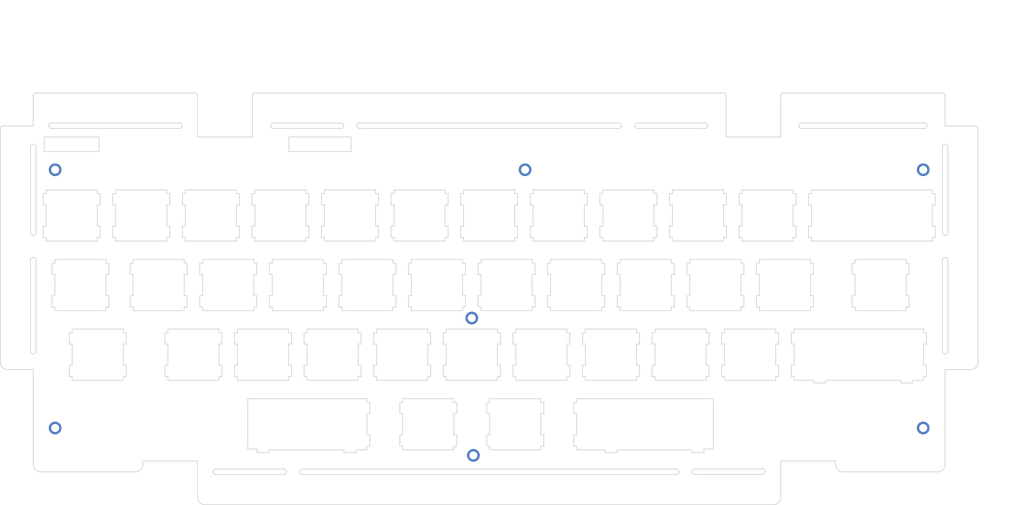
<source format=kicad_pcb>
(kicad_pcb (version 20171130) (host pcbnew 5.1.8)
  (layers (0 F.Cu signal hide) (31 B.Cu signal hide) (34 B.Paste user hide) (35 F.Paste user hide) (36 B.SilkS user hide) (37 F.SilkS user hide) (38 B.Mask user hide) (39 F.Mask user hide) (44 Edge.Cuts user))
  (net 0 "")
  (module swanmatch:M2hole (layer F.Cu) (at 264.081199 93.893999)
    (fp_text reference J4 hide)
    (fp_text value Conn_01x01)
    (pad 1 thru_hole circle (at 0 0) (size 3.47 3.47) (drill 2.2) (layers *.Cu *.Mask))
  )
  (module swanmatch:M2hole (layer F.Cu) (at 140.9312 101.393999)
    (fp_text reference J4 hide)
    (fp_text value Conn_01x01)
    (pad 1 thru_hole circle (at 0 0) (size 3.47 3.47) (drill 2.2) (layers *.Cu *.Mask))
  )
  (module swanmatch:M2hole (layer F.Cu) (at 26.4312 93.893999)
    (fp_text reference J4 hide)
    (fp_text value Conn_01x01)
    (pad 1 thru_hole circle (at 0 0) (size 3.47 3.47) (drill 2.2) (layers *.Cu *.Mask))
  )
  (module swanmatch:M2hole (layer F.Cu) (at 264.081199 23.1937)
    (fp_text reference J4 hide)
    (fp_text value Conn_01x01)
    (pad 1 thru_hole circle (at 0 0) (size 3.47 3.47) (drill 2.2) (layers *.Cu *.Mask))
  )
  (module swanmatch:M2hole (layer F.Cu) (at 155.081199 23.193999)
    (fp_text reference J4 hide)
    (fp_text value Conn_01x01)
    (pad 1 thru_hole circle (at 0 0) (size 3.47 3.47) (drill 2.2) (layers *.Cu *.Mask))
  )
  (module swanmatch:M2hole (layer F.Cu) (at 26.4312 23.1937)
    (fp_text reference J4 hide)
    (fp_text value Conn_01x01)
    (pad 1 thru_hole circle (at 0 0) (size 3.47 3.47) (drill 2.2) (layers *.Cu *.Mask))
  )
  (module swanmatch:M2hole (layer F.Cu) (at 140.494 63.7938)
    (fp_text reference J4 hide)
    (fp_text value Conn_01x01)
    (pad 1 thru_hole circle (at 0 0) (size 3.47 3.47) (drill 2.2) (layers *.Cu *.Mask))
  )
  (gr_line (start 233.506 32.8183) (end 232.706 32.8183) (layer Edge.Cuts) (width 0.2))
  (gr_line (start 233.506 38.6186) (end 233.506 32.8183) (layer Edge.Cuts) (width 0.2))
  (gr_line (start 232.706 38.6186) (end 233.506 38.6186) (layer Edge.Cuts) (width 0.2))
  (gr_line (start 232.706 41.7191) (end 232.706 38.6186) (layer Edge.Cuts) (width 0.2))
  (gr_line (start 267.356 38.6186) (end 267.356 41.7191) (layer Edge.Cuts) (width 0.2))
  (gr_line (start 266.555999 38.6186) (end 267.356 38.6186) (layer Edge.Cuts) (width 0.2))
  (gr_line (start 266.555999 32.8183) (end 266.555999 38.6186) (layer Edge.Cuts) (width 0.2))
  (gr_line (start 267.356 32.8183) (end 266.555999 32.8183) (layer Edge.Cuts) (width 0.2))
  (gr_line (start 37.9558 28.7188) (end 37.9558 29.7191) (layer Edge.Cuts) (width 0.2))
  (gr_line (start 37.9558 29.7191) (end 38.7564 29.7191) (layer Edge.Cuts) (width 0.2))
  (gr_line (start 38.7564 29.7191) (end 38.7564 32.8183) (layer Edge.Cuts) (width 0.2))
  (gr_line (start 38.7564 32.8183) (end 37.9558 32.8183) (layer Edge.Cuts) (width 0.2))
  (gr_line (start 37.9558 32.8183) (end 37.9558 38.6186) (layer Edge.Cuts) (width 0.2))
  (gr_line (start 37.9558 38.6186) (end 38.7564 38.6186) (layer Edge.Cuts) (width 0.2))
  (gr_line (start 38.7564 38.6186) (end 38.7564 41.7191) (layer Edge.Cuts) (width 0.2))
  (gr_line (start 38.7564 41.7191) (end 37.9558 41.7191) (layer Edge.Cuts) (width 0.2))
  (gr_line (start 37.9558 41.7191) (end 37.9558 42.7182) (layer Edge.Cuts) (width 0.2))
  (gr_line (start 37.9558 42.7182) (end 23.9563 42.7182) (layer Edge.Cuts) (width 0.2))
  (gr_line (start 23.9563 42.7182) (end 23.9563 41.7191) (layer Edge.Cuts) (width 0.2))
  (gr_line (start 23.9563 41.7191) (end 23.1556 41.7191) (layer Edge.Cuts) (width 0.2))
  (gr_line (start 23.1556 41.7191) (end 23.1556 38.6186) (layer Edge.Cuts) (width 0.2))
  (gr_line (start 23.1556 38.6186) (end 23.9563 38.6186) (layer Edge.Cuts) (width 0.2))
  (gr_line (start 23.9563 38.6186) (end 23.9563 32.8183) (layer Edge.Cuts) (width 0.2))
  (gr_line (start 23.9563 32.8183) (end 23.1556 32.8183) (layer Edge.Cuts) (width 0.2))
  (gr_line (start 23.1556 32.8183) (end 23.1556 29.7191) (layer Edge.Cuts) (width 0.2))
  (gr_line (start 23.1556 29.7191) (end 23.9563 29.7191) (layer Edge.Cuts) (width 0.2))
  (gr_line (start 23.9563 29.7191) (end 23.9563 28.7188) (layer Edge.Cuts) (width 0.2))
  (gr_line (start 23.9563 28.7188) (end 37.9558 28.7188) (layer Edge.Cuts) (width 0.2))
  (gr_arc (start 48.4312 103.894) (end 48.4312 105.893999) (angle -90) (layer Edge.Cuts) (width 0.2))
  (gr_line (start 50.4312 102.893999) (end 50.431199 103.894) (layer Edge.Cuts) (width 0.2))
  (gr_line (start 65.4312 102.893999) (end 50.4312 102.893999) (layer Edge.Cuts) (width 0.2))
  (gr_line (start 65.4312 105.893999) (end 65.4312 102.893999) (layer Edge.Cuts) (width 0.2))
  (gr_arc (start 242.081199 103.894) (end 240.081199 103.894) (angle -90) (layer Edge.Cuts) (width 0.2))
  (gr_line (start 240.081199 102.893999) (end 240.081199 103.894) (layer Edge.Cuts) (width 0.2))
  (gr_line (start 225.081199 102.893999) (end 240.081199 102.893999) (layer Edge.Cuts) (width 0.2))
  (gr_line (start 225.081199 105.893999) (end 225.081199 102.893999) (layer Edge.Cuts) (width 0.2))
  (gr_line (start 107.4312 18.1937) (end 107.4312 14.1937) (layer Edge.Cuts) (width 0.2))
  (gr_line (start 90.4312 18.1937) (end 107.4312 18.1937) (layer Edge.Cuts) (width 0.2))
  (gr_line (start 90.4312 14.1937) (end 90.4312 18.1937) (layer Edge.Cuts) (width 0.2))
  (gr_line (start 107.4312 14.1937) (end 90.4312 14.1937) (layer Edge.Cuts) (width 0.2))
  (gr_line (start 38.4312 18.1937) (end 38.4312 14.1937) (layer Edge.Cuts) (width 0.2))
  (gr_line (start 23.4312 18.1937) (end 38.4312 18.1937) (layer Edge.Cuts) (width 0.2))
  (gr_line (start 23.4312 14.1937) (end 23.4312 18.1937) (layer Edge.Cuts) (width 0.2))
  (gr_line (start 38.4312 14.1937) (end 23.4312 14.1937) (layer Edge.Cuts) (width 0.2))
  (gr_arc (start 270.031199 47.893999) (end 270.031199 47.193999) (angle -90) (layer Edge.Cuts) (width 0.2))
  (gr_line (start 270.131199 47.193999) (end 270.031199 47.193999) (layer Edge.Cuts) (width 0.2))
  (gr_arc (start 270.131199 47.894) (end 270.831199 47.893999) (angle -90) (layer Edge.Cuts) (width 0.2))
  (gr_line (start 270.831199 72.893999) (end 270.831199 47.893999) (layer Edge.Cuts) (width 0.2))
  (gr_arc (start 270.131199 72.893999) (end 270.131199 73.593999) (angle -90) (layer Edge.Cuts) (width 0.2))
  (gr_line (start 270.031199 73.593999) (end 270.131199 73.593999) (layer Edge.Cuts) (width 0.2))
  (gr_arc (start 270.031199 72.893999) (end 269.331199 72.893999) (angle -90) (layer Edge.Cuts) (width 0.2))
  (gr_line (start 269.331199 47.893999) (end 269.331199 72.893999) (layer Edge.Cuts) (width 0.2))
  (gr_arc (start 20.4812 47.893999) (end 21.1812 47.893999) (angle -90) (layer Edge.Cuts) (width 0.2))
  (gr_line (start 21.1812 72.893999) (end 21.1812 47.893999) (layer Edge.Cuts) (width 0.2))
  (gr_arc (start 20.4812 72.893999) (end 20.4812 73.593999) (angle -90) (layer Edge.Cuts) (width 0.2))
  (gr_line (start 20.381199 73.593999) (end 20.4812 73.593999) (layer Edge.Cuts) (width 0.2))
  (gr_arc (start 20.381199 72.893999) (end 19.681199 72.893999) (angle -90) (layer Edge.Cuts) (width 0.2))
  (gr_line (start 19.681199 47.893999) (end 19.681199 72.893999) (layer Edge.Cuts) (width 0.2))
  (gr_arc (start 20.381199 47.893999) (end 20.381199 47.193999) (angle -90) (layer Edge.Cuts) (width 0.2))
  (gr_line (start 20.4812 47.193999) (end 20.381199 47.193999) (layer Edge.Cuts) (width 0.2))
  (gr_line (start 109.0312 11.1937) (end 109.031199 11.0937) (layer Edge.Cuts) (width 0.2))
  (gr_arc (start 109.7312 11.1937) (end 109.0312 11.1937) (angle -89.9999983) (layer Edge.Cuts) (width 0.2))
  (gr_line (start 180.781199 11.893699) (end 109.7312 11.893699) (layer Edge.Cuts) (width 0.2))
  (gr_arc (start 180.781199 11.193699) (end 180.781199 11.893699) (angle -89.99999996) (layer Edge.Cuts) (width 0.2))
  (gr_line (start 181.481199 11.0937) (end 181.481199 11.1937) (layer Edge.Cuts) (width 0.2))
  (gr_arc (start 180.781199 11.0937) (end 181.481199 11.0937) (angle -90.00000004) (layer Edge.Cuts) (width 0.2))
  (gr_line (start 109.7312 10.393699) (end 180.781199 10.3937) (layer Edge.Cuts) (width 0.2))
  (gr_arc (start 109.731199 11.093699) (end 109.7312 10.393699) (angle -90.0000017) (layer Edge.Cuts) (width 0.2))
  (gr_line (start 25.4312 10.393699) (end 60.4312 10.393699) (layer Edge.Cuts) (width 0.2))
  (gr_arc (start 25.4312 11.0937) (end 25.4312 10.393699) (angle -90) (layer Edge.Cuts) (width 0.2))
  (gr_line (start 24.731199 11.193699) (end 24.731199 11.0937) (layer Edge.Cuts) (width 0.2))
  (gr_arc (start 25.4312 11.193699) (end 24.731199 11.193699) (angle -90) (layer Edge.Cuts) (width 0.2))
  (gr_line (start 60.4312 11.893699) (end 25.4312 11.893699) (layer Edge.Cuts) (width 0.2))
  (gr_arc (start 60.4312 11.193699) (end 60.4312 11.893699) (angle -90) (layer Edge.Cuts) (width 0.2))
  (gr_line (start 61.1312 11.0937) (end 61.1312 11.193699) (layer Edge.Cuts) (width 0.2))
  (gr_arc (start 60.4312 11.0937) (end 61.1312 11.0937) (angle -90) (layer Edge.Cuts) (width 0.2))
  (gr_arc (start 196.481199 105.844) (end 197.181199 105.844) (angle -90) (layer Edge.Cuts) (width 0.2))
  (gr_line (start 197.181199 105.943999) (end 197.181199 105.844) (layer Edge.Cuts) (width 0.2))
  (gr_arc (start 196.481199 105.943999) (end 196.481199 106.643999) (angle -90) (layer Edge.Cuts) (width 0.2))
  (gr_line (start 94.031199 106.643999) (end 196.481199 106.643999) (layer Edge.Cuts) (width 0.2))
  (gr_arc (start 94.031199 105.943999) (end 93.331199 105.943999) (angle -90) (layer Edge.Cuts) (width 0.2))
  (gr_line (start 93.331199 105.844) (end 93.331199 105.943999) (layer Edge.Cuts) (width 0.2))
  (gr_arc (start 94.031199 105.844) (end 94.031199 105.144) (angle -90) (layer Edge.Cuts) (width 0.2))
  (gr_line (start 196.481199 105.143999) (end 94.031199 105.144) (layer Edge.Cuts) (width 0.2))
  (gr_arc (start 277.081199 75.893999) (end 277.081199 77.893999) (angle -90) (layer Edge.Cuts) (width 0.2))
  (gr_arc (start 268.081199 103.894) (end 268.081199 105.894) (angle -90) (layer Edge.Cuts) (width 0.2))
  (gr_arc (start 223.081199 112.893999) (end 223.081199 114.894) (angle -90) (layer Edge.Cuts) (width 0.2))
  (gr_arc (start 67.4312 112.894) (end 65.4312 112.894) (angle -90) (layer Edge.Cuts) (width 0.2))
  (gr_arc (start 22.431199 103.894) (end 20.4312 103.894) (angle -90) (layer Edge.Cuts) (width 0.2))
  (gr_arc (start 13.4312 75.893999) (end 11.4312 75.893999) (angle -90) (layer Edge.Cuts) (width 0.2))
  (gr_line (start 268.081199 105.893999) (end 242.081199 105.893999) (layer Edge.Cuts) (width 0.2))
  (gr_line (start 270.081199 77.893999) (end 270.081199 103.894) (layer Edge.Cuts) (width 0.2))
  (gr_line (start 48.4312 105.893999) (end 22.4312 105.893999) (layer Edge.Cuts) (width 0.2))
  (gr_line (start 20.4312 103.894) (end 20.4312 77.893999) (layer Edge.Cuts) (width 0.2))
  (gr_line (start 277.081199 77.893999) (end 270.081199 77.893999) (layer Edge.Cuts) (width 0.2))
  (gr_line (start 279.081199 11.893699) (end 279.081199 75.893999) (layer Edge.Cuts) (width 0.2))
  (gr_line (start 225.081199 112.893999) (end 225.081199 105.893999) (layer Edge.Cuts) (width 0.2))
  (gr_line (start 67.4312 114.894) (end 223.081199 114.894) (layer Edge.Cuts) (width 0.2))
  (gr_line (start 65.4312 112.894) (end 65.4312 105.893999) (layer Edge.Cuts) (width 0.2))
  (gr_line (start 13.4312 77.893999) (end 20.4312 77.893999) (layer Edge.Cuts) (width 0.2))
  (gr_line (start 11.4312 11.893699) (end 11.4312 75.893999) (layer Edge.Cuts) (width 0.2))
  (gr_arc (start 12.131199 11.893699) (end 12.131199 11.1937) (angle -90) (layer Edge.Cuts) (width 0.2))
  (gr_arc (start 278.381199 11.893699) (end 279.081199 11.893699) (angle -90) (layer Edge.Cuts) (width 0.2))
  (gr_arc (start 269.381199 2.893699) (end 270.081199 2.893699) (angle -90) (layer Edge.Cuts) (width 0.2))
  (gr_arc (start 225.781199 2.893699) (end 225.781199 2.193699) (angle -90) (layer Edge.Cuts) (width 0.2))
  (gr_arc (start 209.381199 2.893699) (end 210.081199 2.893699) (angle -90) (layer Edge.Cuts) (width 0.2))
  (gr_arc (start 81.1312 2.893699) (end 81.1312 2.193699) (angle -90) (layer Edge.Cuts) (width 0.2))
  (gr_arc (start 64.7312 2.893699) (end 65.4312 2.893699) (angle -90) (layer Edge.Cuts) (width 0.2))
  (gr_arc (start 21.131199 2.893699) (end 21.131199 2.193699) (angle -90) (layer Edge.Cuts) (width 0.2))
  (gr_arc (start 270.131199 40.493699) (end 270.131199 41.193699) (angle -90) (layer Edge.Cuts) (width 0.2))
  (gr_line (start 270.031199 41.193699) (end 270.131199 41.193699) (layer Edge.Cuts) (width 0.2))
  (gr_arc (start 270.031199 40.493699) (end 269.331199 40.493699) (angle -90) (layer Edge.Cuts) (width 0.2))
  (gr_line (start 269.331199 16.893699) (end 269.331199 40.493699) (layer Edge.Cuts) (width 0.2))
  (gr_arc (start 270.031199 16.893699) (end 270.031199 16.193699) (angle -90) (layer Edge.Cuts) (width 0.2))
  (gr_line (start 270.131199 16.193699) (end 270.031199 16.193699) (layer Edge.Cuts) (width 0.2))
  (gr_arc (start 270.131199 16.893699) (end 270.831199 16.893699) (angle -90) (layer Edge.Cuts) (width 0.2))
  (gr_line (start 270.831199 40.493699) (end 270.831199 16.893699) (layer Edge.Cuts) (width 0.2))
  (gr_arc (start 20.4812 16.893699) (end 21.181199 16.893699) (angle -90) (layer Edge.Cuts) (width 0.2))
  (gr_line (start 21.1812 40.4937) (end 21.181199 16.893699) (layer Edge.Cuts) (width 0.2))
  (gr_arc (start 20.4812 40.4937) (end 20.4812 41.1937) (angle -90) (layer Edge.Cuts) (width 0.2))
  (gr_line (start 20.3812 41.1937) (end 20.4812 41.1937) (layer Edge.Cuts) (width 0.2))
  (gr_arc (start 20.3812 40.4937) (end 19.6812 40.4937) (angle -90) (layer Edge.Cuts) (width 0.2))
  (gr_line (start 19.6812 16.8937) (end 19.6812 40.4937) (layer Edge.Cuts) (width 0.2))
  (gr_arc (start 20.3812 16.8937) (end 20.3812 16.1937) (angle -90) (layer Edge.Cuts) (width 0.2))
  (gr_line (start 20.4812 16.1937) (end 20.3812 16.1937) (layer Edge.Cuts) (width 0.2))
  (gr_arc (start 204.381199 11.0937) (end 205.081199 11.0937) (angle -90) (layer Edge.Cuts) (width 0.2))
  (gr_line (start 205.081199 11.193699) (end 205.081199 11.0937) (layer Edge.Cuts) (width 0.2))
  (gr_arc (start 204.381199 11.193699) (end 204.381199 11.8937) (angle -90) (layer Edge.Cuts) (width 0.2))
  (gr_line (start 185.781199 11.8937) (end 204.381199 11.8937) (layer Edge.Cuts) (width 0.2))
  (gr_arc (start 185.781199 11.1937) (end 185.081199 11.193699) (angle -90.00000003) (layer Edge.Cuts) (width 0.2))
  (gr_line (start 185.081199 11.093699) (end 185.081199 11.193699) (layer Edge.Cuts) (width 0.2))
  (gr_arc (start 185.781199 11.0937) (end 185.781199 10.3937) (angle -89.99999997) (layer Edge.Cuts) (width 0.2))
  (gr_line (start 204.381199 10.3937) (end 185.781199 10.3937) (layer Edge.Cuts) (width 0.2))
  (gr_arc (start 104.731199 11.093699) (end 105.4312 11.093699) (angle -90) (layer Edge.Cuts) (width 0.2))
  (gr_line (start 105.4312 11.193699) (end 105.4312 11.093699) (layer Edge.Cuts) (width 0.2))
  (gr_arc (start 104.7312 11.193699) (end 104.7312 11.893699) (angle -90) (layer Edge.Cuts) (width 0.2))
  (gr_line (start 86.1312 11.893699) (end 104.7312 11.893699) (layer Edge.Cuts) (width 0.2))
  (gr_arc (start 86.1312 11.193699) (end 85.4312 11.193699) (angle -90) (layer Edge.Cuts) (width 0.2))
  (gr_line (start 85.4312 11.093699) (end 85.4312 11.193699) (layer Edge.Cuts) (width 0.2))
  (gr_arc (start 86.1312 11.093699) (end 86.1312 10.393699) (angle -90) (layer Edge.Cuts) (width 0.2))
  (gr_line (start 104.7312 10.393699) (end 86.1312 10.393699) (layer Edge.Cuts) (width 0.2))
  (gr_arc (start 220.081199 105.794) (end 220.781199 105.794) (angle -90) (layer Edge.Cuts) (width 0.2))
  (gr_line (start 201.481199 105.094) (end 220.081199 105.094) (layer Edge.Cuts) (width 0.2))
  (gr_arc (start 201.481199 105.794) (end 201.481199 105.094) (angle -90) (layer Edge.Cuts) (width 0.2))
  (gr_line (start 200.781199 105.893999) (end 200.781199 105.794) (layer Edge.Cuts) (width 0.2))
  (gr_arc (start 201.481199 105.893999) (end 200.781199 105.893999) (angle -90) (layer Edge.Cuts) (width 0.2))
  (gr_line (start 220.081199 106.594) (end 201.481199 106.594) (layer Edge.Cuts) (width 0.2))
  (gr_arc (start 220.081199 105.894) (end 220.081199 106.594) (angle -90) (layer Edge.Cuts) (width 0.2))
  (gr_line (start 220.781199 105.794) (end 220.781199 105.893999) (layer Edge.Cuts) (width 0.2))
  (gr_arc (start 89.031199 105.844) (end 89.731199 105.844) (angle -90) (layer Edge.Cuts) (width 0.2))
  (gr_line (start 89.731199 105.943999) (end 89.731199 105.844) (layer Edge.Cuts) (width 0.2))
  (gr_arc (start 89.031199 105.943999) (end 89.031199 106.644) (angle -90) (layer Edge.Cuts) (width 0.2))
  (gr_line (start 70.4312 106.644) (end 89.031199 106.644) (layer Edge.Cuts) (width 0.2))
  (gr_arc (start 70.4312 105.943999) (end 69.731199 105.944) (angle -90) (layer Edge.Cuts) (width 0.2))
  (gr_line (start 69.731199 105.844) (end 69.731199 105.944) (layer Edge.Cuts) (width 0.2))
  (gr_arc (start 70.4312 105.844) (end 70.431199 105.144) (angle -90) (layer Edge.Cuts) (width 0.2))
  (gr_line (start 89.031199 105.144) (end 70.431199 105.144) (layer Edge.Cuts) (width 0.2))
  (gr_arc (start 264.381199 11.093699) (end 265.081199 11.093699) (angle -90) (layer Edge.Cuts) (width 0.2))
  (gr_line (start 265.081199 11.193699) (end 265.081199 11.093699) (layer Edge.Cuts) (width 0.2))
  (gr_arc (start 264.381199 11.193699) (end 264.381199 11.893699) (angle -90) (layer Edge.Cuts) (width 0.2))
  (gr_line (start 230.781199 11.893699) (end 264.381199 11.893699) (layer Edge.Cuts) (width 0.2))
  (gr_arc (start 230.781199 11.193699) (end 230.081199 11.193699) (angle -90) (layer Edge.Cuts) (width 0.2))
  (gr_line (start 230.081199 11.093699) (end 230.081199 11.193699) (layer Edge.Cuts) (width 0.2))
  (gr_arc (start 230.781199 11.093699) (end 230.781199 10.393699) (angle -90) (layer Edge.Cuts) (width 0.2))
  (gr_line (start 264.381199 10.393699) (end 230.781199 10.393699) (layer Edge.Cuts) (width 0.2))
  (gr_line (start 12.131199 11.1937) (end 20.4312 11.1937) (layer Edge.Cuts) (width 0.2))
  (gr_line (start 270.081199 11.193699) (end 278.381199 11.193699) (layer Edge.Cuts) (width 0.2))
  (gr_line (start 270.081199 2.893699) (end 270.081199 11.193699) (layer Edge.Cuts) (width 0.2))
  (gr_line (start 225.781199 2.193699) (end 269.381199 2.193699) (layer Edge.Cuts) (width 0.2))
  (gr_line (start 225.081199 14.193699) (end 225.081199 2.893699) (layer Edge.Cuts) (width 0.2))
  (gr_line (start 210.081199 14.193699) (end 225.081199 14.193699) (layer Edge.Cuts) (width 0.2))
  (gr_line (start 210.081199 2.893699) (end 210.081199 14.193699) (layer Edge.Cuts) (width 0.2))
  (gr_line (start 81.1312 2.193699) (end 209.381199 2.193699) (layer Edge.Cuts) (width 0.2))
  (gr_line (start 80.431199 14.193699) (end 80.4312 2.893699) (layer Edge.Cuts) (width 0.2))
  (gr_line (start 65.431199 14.193699) (end 80.431199 14.193699) (layer Edge.Cuts) (width 0.2))
  (gr_line (start 65.4312 2.893699) (end 65.431199 14.193699) (layer Edge.Cuts) (width 0.2))
  (gr_line (start 21.131199 2.193699) (end 64.7312 2.193699) (layer Edge.Cuts) (width 0.2))
  (gr_line (start 20.4312 11.1937) (end 20.4312 2.893699) (layer Edge.Cuts) (width 0.2))
  (gr_line (start 84.9992 100.619) (end 81.7002 100.619) (layer Edge.Cuts) (width 0.2))
  (gr_line (start 84.9992 99.8687) (end 84.9992 100.619) (layer Edge.Cuts) (width 0.2))
  (gr_line (start 105.499 99.8687) (end 84.9992 99.8687) (layer Edge.Cuts) (width 0.2))
  (gr_line (start 105.499 100.619) (end 105.499 99.8687) (layer Edge.Cuts) (width 0.2))
  (gr_line (start 108.798999 100.619) (end 105.499 100.619) (layer Edge.Cuts) (width 0.2))
  (gr_line (start 108.798999 99.8687) (end 108.798999 100.619) (layer Edge.Cuts) (width 0.2))
  (gr_line (start 111.775 99.8687) (end 108.798999 99.8687) (layer Edge.Cuts) (width 0.2))
  (gr_line (start 111.775 98.8683) (end 111.775 99.8687) (layer Edge.Cuts) (width 0.2))
  (gr_line (start 112.576 98.8683) (end 111.775 98.8683) (layer Edge.Cuts) (width 0.2))
  (gr_line (start 112.576 95.7691) (end 112.576 98.8683) (layer Edge.Cuts) (width 0.2))
  (gr_line (start 111.775 95.7691) (end 112.576 95.7691) (layer Edge.Cuts) (width 0.2))
  (gr_line (start 111.775 89.9689) (end 111.775 95.7691) (layer Edge.Cuts) (width 0.2))
  (gr_line (start 112.576 89.9689) (end 111.775 89.9689) (layer Edge.Cuts) (width 0.2))
  (gr_line (start 112.576 86.8684) (end 112.576 89.9689) (layer Edge.Cuts) (width 0.2))
  (gr_line (start 111.775 86.8684) (end 112.576 86.8684) (layer Edge.Cuts) (width 0.2))
  (gr_line (start 111.775 85.8693) (end 111.775 86.8684) (layer Edge.Cuts) (width 0.2))
  (gr_line (start 79.1494 85.8687) (end 111.775 85.8693) (layer Edge.Cuts) (width 0.2))
  (gr_line (start 79.1494 99.6381) (end 79.1494 85.8687) (layer Edge.Cuts) (width 0.2))
  (gr_line (start 81.7002 99.6381) (end 79.1494 99.6381) (layer Edge.Cuts) (width 0.2))
  (gr_line (start 81.7002 100.619) (end 81.7002 99.6381) (layer Edge.Cuts) (width 0.2))
  (gr_line (start 159.4 95.7686) (end 160.2 95.7686) (layer Edge.Cuts) (width 0.2))
  (gr_line (start 159.4 89.9684) (end 159.4 95.7686) (layer Edge.Cuts) (width 0.2))
  (gr_line (start 160.2 89.9684) (end 159.4 89.9684) (layer Edge.Cuts) (width 0.2))
  (gr_line (start 160.2 86.8691) (end 160.2 89.9684) (layer Edge.Cuts) (width 0.2))
  (gr_line (start 159.4 86.8691) (end 160.2 86.8691) (layer Edge.Cuts) (width 0.2))
  (gr_line (start 159.4 85.8687) (end 159.4 86.8691) (layer Edge.Cuts) (width 0.2))
  (gr_line (start 145.4 85.8687) (end 159.4 85.8687) (layer Edge.Cuts) (width 0.2))
  (gr_line (start 145.4 86.8691) (end 145.4 85.8687) (layer Edge.Cuts) (width 0.2))
  (gr_line (start 144.599 86.8691) (end 145.4 86.8691) (layer Edge.Cuts) (width 0.2))
  (gr_line (start 144.599 89.9684) (end 144.599 86.8691) (layer Edge.Cuts) (width 0.2))
  (gr_line (start 145.4 89.9684) (end 144.599 89.9684) (layer Edge.Cuts) (width 0.2))
  (gr_line (start 145.4 95.7686) (end 145.4 89.9684) (layer Edge.Cuts) (width 0.2))
  (gr_line (start 144.599 95.7686) (end 145.4 95.7686) (layer Edge.Cuts) (width 0.2))
  (gr_line (start 144.599 98.8691) (end 144.599 95.7686) (layer Edge.Cuts) (width 0.2))
  (gr_line (start 145.4 98.8691) (end 144.599 98.8691) (layer Edge.Cuts) (width 0.2))
  (gr_line (start 145.4 99.8682) (end 145.4 98.8691) (layer Edge.Cuts) (width 0.2))
  (gr_line (start 159.4 99.8682) (end 145.4 99.8682) (layer Edge.Cuts) (width 0.2))
  (gr_line (start 159.4 98.8691) (end 159.4 99.8682) (layer Edge.Cuts) (width 0.2))
  (gr_line (start 160.2 98.8691) (end 159.4 98.8691) (layer Edge.Cuts) (width 0.2))
  (gr_line (start 160.2 95.7686) (end 160.2 98.8691) (layer Edge.Cuts) (width 0.2))
  (gr_line (start 120.787 98.8691) (end 120.787 95.7686) (layer Edge.Cuts) (width 0.2))
  (gr_line (start 121.587 98.8691) (end 120.787 98.8691) (layer Edge.Cuts) (width 0.2))
  (gr_line (start 121.587 99.8682) (end 121.587 98.8691) (layer Edge.Cuts) (width 0.2))
  (gr_line (start 135.587 99.8682) (end 121.587 99.8682) (layer Edge.Cuts) (width 0.2))
  (gr_line (start 135.587 98.8691) (end 135.587 99.8682) (layer Edge.Cuts) (width 0.2))
  (gr_line (start 136.388 98.8691) (end 135.587 98.8691) (layer Edge.Cuts) (width 0.2))
  (gr_line (start 136.388 95.7686) (end 136.388 98.8691) (layer Edge.Cuts) (width 0.2))
  (gr_line (start 135.587 95.7686) (end 136.388 95.7686) (layer Edge.Cuts) (width 0.2))
  (gr_line (start 135.587 89.9684) (end 135.587 95.7686) (layer Edge.Cuts) (width 0.2))
  (gr_line (start 136.388 89.9684) (end 135.587 89.9684) (layer Edge.Cuts) (width 0.2))
  (gr_line (start 136.388 86.8691) (end 136.388 89.9684) (layer Edge.Cuts) (width 0.2))
  (gr_line (start 135.587 86.8691) (end 136.388 86.8691) (layer Edge.Cuts) (width 0.2))
  (gr_line (start 135.587 85.8687) (end 135.587 86.8691) (layer Edge.Cuts) (width 0.2))
  (gr_line (start 121.587 85.8687) (end 135.587 85.8687) (layer Edge.Cuts) (width 0.2))
  (gr_line (start 121.587 86.8691) (end 121.587 85.8687) (layer Edge.Cuts) (width 0.2))
  (gr_line (start 120.787 86.8691) (end 121.587 86.8691) (layer Edge.Cuts) (width 0.2))
  (gr_line (start 120.787 89.9684) (end 120.787 86.8691) (layer Edge.Cuts) (width 0.2))
  (gr_line (start 121.587 89.9684) (end 120.787 89.9684) (layer Edge.Cuts) (width 0.2))
  (gr_line (start 121.587 95.7686) (end 121.587 89.9684) (layer Edge.Cuts) (width 0.2))
  (gr_line (start 120.787 95.7686) (end 121.587 95.7686) (layer Edge.Cuts) (width 0.2))
  (gr_line (start 186.394 76.7186) (end 186.394 79.8191) (layer Edge.Cuts) (width 0.2))
  (gr_line (start 185.593 76.7186) (end 186.394 76.7186) (layer Edge.Cuts) (width 0.2))
  (gr_line (start 185.593 70.9184) (end 185.593 76.7186) (layer Edge.Cuts) (width 0.2))
  (gr_line (start 186.394 70.9184) (end 185.593 70.9184) (layer Edge.Cuts) (width 0.2))
  (gr_line (start 186.394 67.8191) (end 186.394 70.9184) (layer Edge.Cuts) (width 0.2))
  (gr_line (start 185.593 67.8191) (end 186.394 67.8191) (layer Edge.Cuts) (width 0.2))
  (gr_line (start 185.593 66.8187) (end 185.593 67.8191) (layer Edge.Cuts) (width 0.2))
  (gr_line (start 171.594 66.8187) (end 185.593 66.8187) (layer Edge.Cuts) (width 0.2))
  (gr_line (start 171.594 67.8191) (end 171.594 66.8187) (layer Edge.Cuts) (width 0.2))
  (gr_line (start 170.793 67.8191) (end 171.594 67.8191) (layer Edge.Cuts) (width 0.2))
  (gr_line (start 170.793 70.9184) (end 170.793 67.8191) (layer Edge.Cuts) (width 0.2))
  (gr_line (start 171.594 70.9184) (end 170.793 70.9184) (layer Edge.Cuts) (width 0.2))
  (gr_line (start 171.594 76.7186) (end 171.594 70.9184) (layer Edge.Cuts) (width 0.2))
  (gr_line (start 170.793 76.7186) (end 171.594 76.7186) (layer Edge.Cuts) (width 0.2))
  (gr_line (start 170.793 79.8191) (end 170.793 76.7186) (layer Edge.Cuts) (width 0.2))
  (gr_line (start 171.594 79.8191) (end 170.793 79.8191) (layer Edge.Cuts) (width 0.2))
  (gr_line (start 171.594 80.8182) (end 171.594 79.8191) (layer Edge.Cuts) (width 0.2))
  (gr_line (start 185.593 80.8182) (end 171.594 80.8182) (layer Edge.Cuts) (width 0.2))
  (gr_line (start 185.593 79.8191) (end 185.593 80.8182) (layer Edge.Cuts) (width 0.2))
  (gr_line (start 186.394 79.8191) (end 185.593 79.8191) (layer Edge.Cuts) (width 0.2))
  (gr_line (start 167.344 76.7186) (end 167.344 79.8191) (layer Edge.Cuts) (width 0.2))
  (gr_line (start 166.543 76.7186) (end 167.344 76.7186) (layer Edge.Cuts) (width 0.2))
  (gr_line (start 166.543 70.9184) (end 166.543 76.7186) (layer Edge.Cuts) (width 0.2))
  (gr_line (start 167.344 70.9184) (end 166.543 70.9184) (layer Edge.Cuts) (width 0.2))
  (gr_line (start 167.344 67.8191) (end 167.344 70.9184) (layer Edge.Cuts) (width 0.2))
  (gr_line (start 166.543 67.8191) (end 167.344 67.8191) (layer Edge.Cuts) (width 0.2))
  (gr_line (start 166.543 66.8187) (end 166.543 67.8191) (layer Edge.Cuts) (width 0.2))
  (gr_line (start 152.543999 66.8187) (end 166.543 66.8187) (layer Edge.Cuts) (width 0.2))
  (gr_line (start 152.543999 67.8191) (end 152.543999 66.8187) (layer Edge.Cuts) (width 0.2))
  (gr_line (start 151.743 67.8191) (end 152.543999 67.8191) (layer Edge.Cuts) (width 0.2))
  (gr_line (start 151.743 70.9184) (end 151.743 67.8191) (layer Edge.Cuts) (width 0.2))
  (gr_line (start 152.543999 70.9184) (end 151.743 70.9184) (layer Edge.Cuts) (width 0.2))
  (gr_line (start 152.543999 76.7186) (end 152.543999 70.9184) (layer Edge.Cuts) (width 0.2))
  (gr_line (start 151.743 76.7186) (end 152.543999 76.7186) (layer Edge.Cuts) (width 0.2))
  (gr_line (start 151.743 79.8191) (end 151.743 76.7186) (layer Edge.Cuts) (width 0.2))
  (gr_line (start 152.543999 79.8191) (end 151.743 79.8191) (layer Edge.Cuts) (width 0.2))
  (gr_line (start 152.543999 80.8182) (end 152.543999 79.8191) (layer Edge.Cuts) (width 0.2))
  (gr_line (start 166.543 80.8182) (end 152.543999 80.8182) (layer Edge.Cuts) (width 0.2))
  (gr_line (start 166.543 79.8191) (end 166.543 80.8182) (layer Edge.Cuts) (width 0.2))
  (gr_line (start 167.344 79.8191) (end 166.543 79.8191) (layer Edge.Cuts) (width 0.2))
  (gr_line (start 43.0063 28.7188) (end 57.0058 28.7188) (layer Edge.Cuts) (width 0.2))
  (gr_line (start 43.0063 29.7191) (end 43.0063 28.7188) (layer Edge.Cuts) (width 0.2))
  (gr_line (start 42.2056 29.7191) (end 43.0063 29.7191) (layer Edge.Cuts) (width 0.2))
  (gr_line (start 42.2056 32.8183) (end 42.2056 29.7191) (layer Edge.Cuts) (width 0.2))
  (gr_line (start 43.0063 32.8183) (end 42.2056 32.8183) (layer Edge.Cuts) (width 0.2))
  (gr_line (start 43.0063 38.6186) (end 43.0063 32.8183) (layer Edge.Cuts) (width 0.2))
  (gr_line (start 42.2056 38.6186) (end 43.0063 38.6186) (layer Edge.Cuts) (width 0.2))
  (gr_line (start 42.2056 41.7191) (end 42.2056 38.6186) (layer Edge.Cuts) (width 0.2))
  (gr_line (start 43.0063 41.7191) (end 42.2056 41.7191) (layer Edge.Cuts) (width 0.2))
  (gr_line (start 43.0063 42.7182) (end 43.0063 41.7191) (layer Edge.Cuts) (width 0.2))
  (gr_line (start 57.0058 42.7182) (end 43.0063 42.7182) (layer Edge.Cuts) (width 0.2))
  (gr_line (start 57.0058 41.7191) (end 57.0058 42.7182) (layer Edge.Cuts) (width 0.2))
  (gr_line (start 57.8064 41.7191) (end 57.0058 41.7191) (layer Edge.Cuts) (width 0.2))
  (gr_line (start 57.8064 38.6186) (end 57.8064 41.7191) (layer Edge.Cuts) (width 0.2))
  (gr_line (start 57.0058 38.6186) (end 57.8064 38.6186) (layer Edge.Cuts) (width 0.2))
  (gr_line (start 57.0058 32.8183) (end 57.0058 38.6186) (layer Edge.Cuts) (width 0.2))
  (gr_line (start 57.8064 32.8183) (end 57.0058 32.8183) (layer Edge.Cuts) (width 0.2))
  (gr_line (start 57.8064 29.7191) (end 57.8064 32.8183) (layer Edge.Cuts) (width 0.2))
  (gr_line (start 57.0058 29.7191) (end 57.8064 29.7191) (layer Edge.Cuts) (width 0.2))
  (gr_line (start 57.0058 28.7188) (end 57.0058 29.7191) (layer Edge.Cuts) (width 0.2))
  (gr_line (start 95.3937 66.8187) (end 109.393 66.8187) (layer Edge.Cuts) (width 0.2))
  (gr_line (start 95.3937 67.8191) (end 95.3937 66.8187) (layer Edge.Cuts) (width 0.2))
  (gr_line (start 94.5931 67.8191) (end 95.3937 67.8191) (layer Edge.Cuts) (width 0.2))
  (gr_line (start 94.5931 70.9184) (end 94.5931 67.8191) (layer Edge.Cuts) (width 0.2))
  (gr_line (start 95.3937 70.9184) (end 94.5931 70.9184) (layer Edge.Cuts) (width 0.2))
  (gr_line (start 95.3937 76.7186) (end 95.3937 70.9184) (layer Edge.Cuts) (width 0.2))
  (gr_line (start 94.5931 76.7186) (end 95.3937 76.7186) (layer Edge.Cuts) (width 0.2))
  (gr_line (start 94.5931 79.8191) (end 94.5931 76.7186) (layer Edge.Cuts) (width 0.2))
  (gr_line (start 95.3937 79.8191) (end 94.5931 79.8191) (layer Edge.Cuts) (width 0.2))
  (gr_line (start 95.3937 80.8182) (end 95.3937 79.8191) (layer Edge.Cuts) (width 0.2))
  (gr_line (start 109.393 80.8182) (end 95.3937 80.8182) (layer Edge.Cuts) (width 0.2))
  (gr_line (start 109.393 79.8191) (end 109.393 80.8182) (layer Edge.Cuts) (width 0.2))
  (gr_line (start 110.194 79.8191) (end 109.393 79.8191) (layer Edge.Cuts) (width 0.2))
  (gr_line (start 110.194 76.7186) (end 110.194 79.8191) (layer Edge.Cuts) (width 0.2))
  (gr_line (start 109.393 76.7186) (end 110.194 76.7186) (layer Edge.Cuts) (width 0.2))
  (gr_line (start 109.393 70.9184) (end 109.393 76.7186) (layer Edge.Cuts) (width 0.2))
  (gr_line (start 110.194 70.9184) (end 109.393 70.9184) (layer Edge.Cuts) (width 0.2))
  (gr_line (start 110.194 67.8191) (end 110.194 70.9184) (layer Edge.Cuts) (width 0.2))
  (gr_line (start 109.393 67.8191) (end 110.194 67.8191) (layer Edge.Cuts) (width 0.2))
  (gr_line (start 109.393 66.8187) (end 109.393 67.8191) (layer Edge.Cuts) (width 0.2))
  (gr_line (start 91.1439 79.8191) (end 90.3433 79.8191) (layer Edge.Cuts) (width 0.2))
  (gr_line (start 91.1439 76.7186) (end 91.1439 79.8191) (layer Edge.Cuts) (width 0.2))
  (gr_line (start 90.3433 76.7186) (end 91.1439 76.7186) (layer Edge.Cuts) (width 0.2))
  (gr_line (start 90.3433 70.9184) (end 90.3433 76.7186) (layer Edge.Cuts) (width 0.2))
  (gr_line (start 91.1439 70.9184) (end 90.3433 70.9184) (layer Edge.Cuts) (width 0.2))
  (gr_line (start 91.1439 67.8191) (end 91.1439 70.9184) (layer Edge.Cuts) (width 0.2))
  (gr_line (start 90.3433 67.8191) (end 91.1439 67.8191) (layer Edge.Cuts) (width 0.2))
  (gr_line (start 90.3433 66.8187) (end 90.3433 67.8191) (layer Edge.Cuts) (width 0.2))
  (gr_line (start 76.3438 66.8187) (end 90.3433 66.8187) (layer Edge.Cuts) (width 0.2))
  (gr_line (start 76.3438 67.8191) (end 76.3438 66.8187) (layer Edge.Cuts) (width 0.2))
  (gr_line (start 75.5431 67.8191) (end 76.3438 67.8191) (layer Edge.Cuts) (width 0.2))
  (gr_line (start 75.5431 70.9184) (end 75.5431 67.8191) (layer Edge.Cuts) (width 0.2))
  (gr_line (start 76.3438 70.9184) (end 75.5431 70.9184) (layer Edge.Cuts) (width 0.2))
  (gr_line (start 76.3438 76.7186) (end 76.3438 70.9184) (layer Edge.Cuts) (width 0.2))
  (gr_line (start 75.5431 76.7186) (end 76.3438 76.7186) (layer Edge.Cuts) (width 0.2))
  (gr_line (start 75.5431 79.8191) (end 75.5431 76.7186) (layer Edge.Cuts) (width 0.2))
  (gr_line (start 76.3438 79.8191) (end 75.5431 79.8191) (layer Edge.Cuts) (width 0.2))
  (gr_line (start 76.3438 80.8182) (end 76.3438 79.8191) (layer Edge.Cuts) (width 0.2))
  (gr_line (start 90.3433 80.8182) (end 76.3438 80.8182) (layer Edge.Cuts) (width 0.2))
  (gr_line (start 90.3433 79.8191) (end 90.3433 80.8182) (layer Edge.Cuts) (width 0.2))
  (gr_line (start 56.4931 67.8191) (end 57.2937 67.8191) (layer Edge.Cuts) (width 0.2))
  (gr_line (start 56.4931 70.9184) (end 56.4931 67.8191) (layer Edge.Cuts) (width 0.2))
  (gr_line (start 57.2937 70.9184) (end 56.4931 70.9184) (layer Edge.Cuts) (width 0.2))
  (gr_line (start 57.2937 76.7186) (end 57.2937 70.9184) (layer Edge.Cuts) (width 0.2))
  (gr_line (start 56.4931 76.7186) (end 57.2937 76.7186) (layer Edge.Cuts) (width 0.2))
  (gr_line (start 56.4931 79.8191) (end 56.4931 76.7186) (layer Edge.Cuts) (width 0.2))
  (gr_line (start 57.2937 79.8191) (end 56.4931 79.8191) (layer Edge.Cuts) (width 0.2))
  (gr_line (start 57.2937 80.8182) (end 57.2937 79.8191) (layer Edge.Cuts) (width 0.2))
  (gr_line (start 71.2933 80.8182) (end 57.2937 80.8182) (layer Edge.Cuts) (width 0.2))
  (gr_line (start 71.2933 79.8191) (end 71.2933 80.8182) (layer Edge.Cuts) (width 0.2))
  (gr_line (start 72.0939 79.8191) (end 71.2933 79.8191) (layer Edge.Cuts) (width 0.2))
  (gr_line (start 72.0939 76.7186) (end 72.0939 79.8191) (layer Edge.Cuts) (width 0.2))
  (gr_line (start 71.2933 76.7186) (end 72.0939 76.7186) (layer Edge.Cuts) (width 0.2))
  (gr_line (start 71.2933 70.9184) (end 71.2933 76.7186) (layer Edge.Cuts) (width 0.2))
  (gr_line (start 72.0939 70.9184) (end 71.2933 70.9184) (layer Edge.Cuts) (width 0.2))
  (gr_line (start 72.0939 67.8191) (end 72.0939 70.9184) (layer Edge.Cuts) (width 0.2))
  (gr_line (start 71.2933 67.8191) (end 72.0939 67.8191) (layer Edge.Cuts) (width 0.2))
  (gr_line (start 71.2933 66.8187) (end 71.2933 67.8191) (layer Edge.Cuts) (width 0.2))
  (gr_line (start 57.2937 66.8187) (end 71.2933 66.8187) (layer Edge.Cuts) (width 0.2))
  (gr_line (start 57.2937 67.8191) (end 57.2937 66.8187) (layer Edge.Cuts) (width 0.2))
  (gr_line (start 45.0996 67.8191) (end 45.9001 67.8191) (layer Edge.Cuts) (width 0.2))
  (gr_line (start 45.0996 66.8187) (end 45.0996 67.8191) (layer Edge.Cuts) (width 0.2))
  (gr_line (start 31.1 66.8187) (end 45.0996 66.8187) (layer Edge.Cuts) (width 0.2))
  (gr_line (start 31.1 67.8191) (end 31.1 66.8187) (layer Edge.Cuts) (width 0.2))
  (gr_line (start 30.2994 67.8191) (end 31.1 67.8191) (layer Edge.Cuts) (width 0.2))
  (gr_line (start 30.2994 70.9184) (end 30.2994 67.8191) (layer Edge.Cuts) (width 0.2))
  (gr_line (start 31.1 70.9184) (end 30.2994 70.9184) (layer Edge.Cuts) (width 0.2))
  (gr_line (start 31.1 76.7186) (end 31.1 70.9184) (layer Edge.Cuts) (width 0.2))
  (gr_line (start 30.2994 76.7186) (end 31.1 76.7186) (layer Edge.Cuts) (width 0.2))
  (gr_line (start 30.2994 79.8191) (end 30.2994 76.7186) (layer Edge.Cuts) (width 0.2))
  (gr_line (start 31.1 79.8191) (end 30.2994 79.8191) (layer Edge.Cuts) (width 0.2))
  (gr_line (start 31.1 80.8182) (end 31.1 79.8191) (layer Edge.Cuts) (width 0.2))
  (gr_line (start 45.0996 80.8182) (end 31.1 80.8182) (layer Edge.Cuts) (width 0.2))
  (gr_line (start 45.0996 79.8191) (end 45.0996 80.8182) (layer Edge.Cuts) (width 0.2))
  (gr_line (start 45.9001 79.8191) (end 45.0996 79.8191) (layer Edge.Cuts) (width 0.2))
  (gr_line (start 45.9001 76.7186) (end 45.9001 79.8191) (layer Edge.Cuts) (width 0.2))
  (gr_line (start 45.0996 76.7186) (end 45.9001 76.7186) (layer Edge.Cuts) (width 0.2))
  (gr_line (start 45.0996 70.9184) (end 45.0996 76.7186) (layer Edge.Cuts) (width 0.2))
  (gr_line (start 45.9001 70.9184) (end 45.0996 70.9184) (layer Edge.Cuts) (width 0.2))
  (gr_line (start 45.9001 67.8191) (end 45.9001 70.9184) (layer Edge.Cuts) (width 0.2))
  (gr_line (start 260.212999 57.6686) (end 260.212999 60.7691) (layer Edge.Cuts) (width 0.2))
  (gr_line (start 259.412 57.6686) (end 260.212999 57.6686) (layer Edge.Cuts) (width 0.2))
  (gr_line (start 259.412 51.8683) (end 259.412 57.6686) (layer Edge.Cuts) (width 0.2))
  (gr_line (start 260.212999 51.8683) (end 259.412 51.8683) (layer Edge.Cuts) (width 0.2))
  (gr_line (start 260.212999 48.7691) (end 260.212999 51.8683) (layer Edge.Cuts) (width 0.2))
  (gr_line (start 259.412 48.7691) (end 260.212999 48.7691) (layer Edge.Cuts) (width 0.2))
  (gr_line (start 259.412 47.7687) (end 259.412 48.7691) (layer Edge.Cuts) (width 0.2))
  (gr_line (start 245.412 47.7687) (end 259.412 47.7687) (layer Edge.Cuts) (width 0.2))
  (gr_line (start 245.412 48.7691) (end 245.412 47.7687) (layer Edge.Cuts) (width 0.2))
  (gr_line (start 244.612 48.7691) (end 245.412 48.7691) (layer Edge.Cuts) (width 0.2))
  (gr_line (start 244.612 51.8683) (end 244.612 48.7691) (layer Edge.Cuts) (width 0.2))
  (gr_line (start 245.412 51.8683) (end 244.612 51.8683) (layer Edge.Cuts) (width 0.2))
  (gr_line (start 245.412 57.6686) (end 245.412 51.8683) (layer Edge.Cuts) (width 0.2))
  (gr_line (start 244.612 57.6686) (end 245.412 57.6686) (layer Edge.Cuts) (width 0.2))
  (gr_line (start 244.612 60.7691) (end 244.612 57.6686) (layer Edge.Cuts) (width 0.2))
  (gr_line (start 245.412 60.7691) (end 244.612 60.7691) (layer Edge.Cuts) (width 0.2))
  (gr_line (start 245.412 61.7682) (end 245.412 60.7691) (layer Edge.Cuts) (width 0.2))
  (gr_line (start 259.412 61.7682) (end 245.412 61.7682) (layer Edge.Cuts) (width 0.2))
  (gr_line (start 259.412 60.7691) (end 259.412 61.7682) (layer Edge.Cuts) (width 0.2))
  (gr_line (start 260.212999 60.7691) (end 259.412 60.7691) (layer Edge.Cuts) (width 0.2))
  (gr_line (start 233.218 51.8683) (end 233.218 57.6686) (layer Edge.Cuts) (width 0.2))
  (gr_line (start 234.019 51.8683) (end 233.218 51.8683) (layer Edge.Cuts) (width 0.2))
  (gr_line (start 234.019 48.7691) (end 234.019 51.8683) (layer Edge.Cuts) (width 0.2))
  (gr_line (start 233.218 48.7691) (end 234.019 48.7691) (layer Edge.Cuts) (width 0.2))
  (gr_line (start 233.218 47.7687) (end 233.218 48.7691) (layer Edge.Cuts) (width 0.2))
  (gr_line (start 219.219 47.7687) (end 233.218 47.7687) (layer Edge.Cuts) (width 0.2))
  (gr_line (start 219.219 48.7691) (end 219.219 47.7687) (layer Edge.Cuts) (width 0.2))
  (gr_line (start 218.418 48.7691) (end 219.219 48.7691) (layer Edge.Cuts) (width 0.2))
  (gr_line (start 218.418 51.8683) (end 218.418 48.7691) (layer Edge.Cuts) (width 0.2))
  (gr_line (start 219.219 51.8683) (end 218.418 51.8683) (layer Edge.Cuts) (width 0.2))
  (gr_line (start 219.219 57.6686) (end 219.219 51.8683) (layer Edge.Cuts) (width 0.2))
  (gr_line (start 218.418 57.6686) (end 219.219 57.6686) (layer Edge.Cuts) (width 0.2))
  (gr_line (start 218.418 60.7691) (end 218.418 57.6686) (layer Edge.Cuts) (width 0.2))
  (gr_line (start 219.219 60.7691) (end 218.418 60.7691) (layer Edge.Cuts) (width 0.2))
  (gr_line (start 219.219 61.7682) (end 219.219 60.7691) (layer Edge.Cuts) (width 0.2))
  (gr_line (start 233.218 61.7682) (end 219.219 61.7682) (layer Edge.Cuts) (width 0.2))
  (gr_line (start 233.218 60.7691) (end 233.218 61.7682) (layer Edge.Cuts) (width 0.2))
  (gr_line (start 234.019 60.7691) (end 233.218 60.7691) (layer Edge.Cuts) (width 0.2))
  (gr_line (start 234.019 57.6686) (end 234.019 60.7691) (layer Edge.Cuts) (width 0.2))
  (gr_line (start 233.218 57.6686) (end 234.019 57.6686) (layer Edge.Cuts) (width 0.2))
  (gr_line (start 199.368 51.8683) (end 199.368 48.7691) (layer Edge.Cuts) (width 0.2))
  (gr_line (start 200.169 51.8683) (end 199.368 51.8683) (layer Edge.Cuts) (width 0.2))
  (gr_line (start 200.169 57.6686) (end 200.169 51.8683) (layer Edge.Cuts) (width 0.2))
  (gr_line (start 199.368 57.6686) (end 200.169 57.6686) (layer Edge.Cuts) (width 0.2))
  (gr_line (start 199.368 60.7691) (end 199.368 57.6686) (layer Edge.Cuts) (width 0.2))
  (gr_line (start 200.169 60.7691) (end 199.368 60.7691) (layer Edge.Cuts) (width 0.2))
  (gr_line (start 200.169 61.7682) (end 200.169 60.7691) (layer Edge.Cuts) (width 0.2))
  (gr_line (start 214.168 61.7682) (end 200.169 61.7682) (layer Edge.Cuts) (width 0.2))
  (gr_line (start 214.168 60.7691) (end 214.168 61.7682) (layer Edge.Cuts) (width 0.2))
  (gr_line (start 214.969 60.7691) (end 214.168 60.7691) (layer Edge.Cuts) (width 0.2))
  (gr_line (start 214.969 57.6686) (end 214.969 60.7691) (layer Edge.Cuts) (width 0.2))
  (gr_line (start 214.168 57.6686) (end 214.969 57.6686) (layer Edge.Cuts) (width 0.2))
  (gr_line (start 214.168 51.8683) (end 214.168 57.6686) (layer Edge.Cuts) (width 0.2))
  (gr_line (start 214.969 51.8683) (end 214.168 51.8683) (layer Edge.Cuts) (width 0.2))
  (gr_line (start 214.969 48.7691) (end 214.969 51.8683) (layer Edge.Cuts) (width 0.2))
  (gr_line (start 214.168 48.7691) (end 214.969 48.7691) (layer Edge.Cuts) (width 0.2))
  (gr_line (start 214.168 47.7687) (end 214.168 48.7691) (layer Edge.Cuts) (width 0.2))
  (gr_line (start 200.169 47.7687) (end 214.168 47.7687) (layer Edge.Cuts) (width 0.2))
  (gr_line (start 200.169 48.7691) (end 200.169 47.7687) (layer Edge.Cuts) (width 0.2))
  (gr_line (start 199.368 48.7691) (end 200.169 48.7691) (layer Edge.Cuts) (width 0.2))
  (gr_line (start 264.175 67.8184) (end 264.976 67.8184) (layer Edge.Cuts) (width 0.2))
  (gr_line (start 264.175 66.8193) (end 264.175 67.8184) (layer Edge.Cuts) (width 0.2))
  (gr_line (start 228.744 66.8193) (end 264.175 66.8193) (layer Edge.Cuts) (width 0.2))
  (gr_line (start 228.744 67.8184) (end 228.744 66.8193) (layer Edge.Cuts) (width 0.2))
  (gr_line (start 227.944 67.8184) (end 228.744 67.8184) (layer Edge.Cuts) (width 0.2))
  (gr_line (start 227.944 70.9189) (end 227.944 67.8184) (layer Edge.Cuts) (width 0.2))
  (gr_line (start 228.744 70.9189) (end 227.944 70.9189) (layer Edge.Cuts) (width 0.2))
  (gr_line (start 228.744 76.7191) (end 228.744 70.9189) (layer Edge.Cuts) (width 0.2))
  (gr_line (start 227.944 76.7191) (end 228.744 76.7191) (layer Edge.Cuts) (width 0.2))
  (gr_line (start 227.944 79.8183) (end 227.944 76.7191) (layer Edge.Cuts) (width 0.2))
  (gr_line (start 228.744 79.8183) (end 227.944 79.8183) (layer Edge.Cuts) (width 0.2))
  (gr_line (start 228.744 80.8187) (end 228.744 79.8183) (layer Edge.Cuts) (width 0.2))
  (gr_line (start 234.1 80.8187) (end 228.744 80.8187) (layer Edge.Cuts) (width 0.2))
  (gr_line (start 234.1 81.5692) (end 234.1 80.8187) (layer Edge.Cuts) (width 0.2))
  (gr_line (start 237.399 81.5692) (end 234.1 81.5692) (layer Edge.Cuts) (width 0.2))
  (gr_line (start 237.399 80.8187) (end 237.399 81.5692) (layer Edge.Cuts) (width 0.2))
  (gr_line (start 257.899 80.8187) (end 237.399 80.8187) (layer Edge.Cuts) (width 0.2))
  (gr_line (start 257.899 81.5692) (end 257.899 80.8187) (layer Edge.Cuts) (width 0.2))
  (gr_line (start 261.199 81.5692) (end 257.899 81.5692) (layer Edge.Cuts) (width 0.2))
  (gr_line (start 261.199 80.8187) (end 261.199 81.5692) (layer Edge.Cuts) (width 0.2))
  (gr_line (start 264.175 80.8187) (end 261.199 80.8187) (layer Edge.Cuts) (width 0.2))
  (gr_line (start 264.175 79.8183) (end 264.175 80.8187) (layer Edge.Cuts) (width 0.2))
  (gr_line (start 264.976 79.8183) (end 264.175 79.8183) (layer Edge.Cuts) (width 0.2))
  (gr_line (start 264.976 76.7191) (end 264.976 79.8183) (layer Edge.Cuts) (width 0.2))
  (gr_line (start 264.175 76.7191) (end 264.976 76.7191) (layer Edge.Cuts) (width 0.2))
  (gr_line (start 264.175 70.9189) (end 264.175 76.7191) (layer Edge.Cuts) (width 0.2))
  (gr_line (start 264.976 70.9189) (end 264.175 70.9189) (layer Edge.Cuts) (width 0.2))
  (gr_line (start 264.976 67.8184) (end 264.976 70.9189) (layer Edge.Cuts) (width 0.2))
  (gr_line (start 208.893 76.7186) (end 209.694 76.7186) (layer Edge.Cuts) (width 0.2))
  (gr_line (start 208.893 79.8191) (end 208.893 76.7186) (layer Edge.Cuts) (width 0.2))
  (gr_line (start 209.694 79.8191) (end 208.893 79.8191) (layer Edge.Cuts) (width 0.2))
  (gr_line (start 209.694 80.8182) (end 209.694 79.8191) (layer Edge.Cuts) (width 0.2))
  (gr_line (start 223.692999 80.8182) (end 209.694 80.8182) (layer Edge.Cuts) (width 0.2))
  (gr_line (start 223.692999 79.8191) (end 223.692999 80.8182) (layer Edge.Cuts) (width 0.2))
  (gr_line (start 224.494 79.8191) (end 223.692999 79.8191) (layer Edge.Cuts) (width 0.2))
  (gr_line (start 224.494 76.7186) (end 224.494 79.8191) (layer Edge.Cuts) (width 0.2))
  (gr_line (start 223.692999 76.7186) (end 224.494 76.7186) (layer Edge.Cuts) (width 0.2))
  (gr_line (start 223.692999 70.9184) (end 223.692999 76.7186) (layer Edge.Cuts) (width 0.2))
  (gr_line (start 224.494 70.9184) (end 223.692999 70.9184) (layer Edge.Cuts) (width 0.2))
  (gr_line (start 224.494 67.8191) (end 224.494 70.9184) (layer Edge.Cuts) (width 0.2))
  (gr_line (start 223.692999 67.8191) (end 224.494 67.8191) (layer Edge.Cuts) (width 0.2))
  (gr_line (start 223.692999 66.8187) (end 223.692999 67.8191) (layer Edge.Cuts) (width 0.2))
  (gr_line (start 209.694 66.8187) (end 223.692999 66.8187) (layer Edge.Cuts) (width 0.2))
  (gr_line (start 209.694 67.8191) (end 209.694 66.8187) (layer Edge.Cuts) (width 0.2))
  (gr_line (start 208.893 67.8191) (end 209.694 67.8191) (layer Edge.Cuts) (width 0.2))
  (gr_line (start 208.893 70.9184) (end 208.893 67.8191) (layer Edge.Cuts) (width 0.2))
  (gr_line (start 209.694 70.9184) (end 208.893 70.9184) (layer Edge.Cuts) (width 0.2))
  (gr_line (start 209.694 76.7186) (end 209.694 70.9184) (layer Edge.Cuts) (width 0.2))
  (gr_line (start 189.843 70.9184) (end 189.843 67.8191) (layer Edge.Cuts) (width 0.2))
  (gr_line (start 190.644 70.9184) (end 189.843 70.9184) (layer Edge.Cuts) (width 0.2))
  (gr_line (start 190.644 76.7186) (end 190.644 70.9184) (layer Edge.Cuts) (width 0.2))
  (gr_line (start 189.843 76.7186) (end 190.644 76.7186) (layer Edge.Cuts) (width 0.2))
  (gr_line (start 189.843 79.8191) (end 189.843 76.7186) (layer Edge.Cuts) (width 0.2))
  (gr_line (start 190.644 79.8191) (end 189.843 79.8191) (layer Edge.Cuts) (width 0.2))
  (gr_line (start 190.644 80.8182) (end 190.644 79.8191) (layer Edge.Cuts) (width 0.2))
  (gr_line (start 204.643 80.8182) (end 190.644 80.8182) (layer Edge.Cuts) (width 0.2))
  (gr_line (start 204.643 79.8191) (end 204.643 80.8182) (layer Edge.Cuts) (width 0.2))
  (gr_line (start 205.444 79.8191) (end 204.643 79.8191) (layer Edge.Cuts) (width 0.2))
  (gr_line (start 205.444 76.7186) (end 205.444 79.8191) (layer Edge.Cuts) (width 0.2))
  (gr_line (start 204.643 76.7186) (end 205.444 76.7186) (layer Edge.Cuts) (width 0.2))
  (gr_line (start 204.643 70.9184) (end 204.643 76.7186) (layer Edge.Cuts) (width 0.2))
  (gr_line (start 205.444 70.9184) (end 204.643 70.9184) (layer Edge.Cuts) (width 0.2))
  (gr_line (start 205.444 67.8191) (end 205.444 70.9184) (layer Edge.Cuts) (width 0.2))
  (gr_line (start 204.643 67.8191) (end 205.444 67.8191) (layer Edge.Cuts) (width 0.2))
  (gr_line (start 204.643 66.8187) (end 204.643 67.8191) (layer Edge.Cuts) (width 0.2))
  (gr_line (start 190.644 66.8187) (end 204.643 66.8187) (layer Edge.Cuts) (width 0.2))
  (gr_line (start 190.644 67.8191) (end 190.644 66.8187) (layer Edge.Cuts) (width 0.2))
  (gr_line (start 189.843 67.8191) (end 190.644 67.8191) (layer Edge.Cuts) (width 0.2))
  (gr_line (start 169.213 85.8693) (end 206.6 85.8687) (layer Edge.Cuts) (width 0.2))
  (gr_line (start 169.213 86.8684) (end 169.213 85.8693) (layer Edge.Cuts) (width 0.2))
  (gr_line (start 168.412 86.8684) (end 169.213 86.8684) (layer Edge.Cuts) (width 0.2))
  (gr_line (start 168.412 89.9689) (end 168.412 86.8684) (layer Edge.Cuts) (width 0.2))
  (gr_line (start 169.213 89.9689) (end 168.412 89.9689) (layer Edge.Cuts) (width 0.2))
  (gr_line (start 169.213 95.7691) (end 169.213 89.9689) (layer Edge.Cuts) (width 0.2))
  (gr_line (start 168.412 95.7691) (end 169.213 95.7691) (layer Edge.Cuts) (width 0.2))
  (gr_line (start 168.412 98.8683) (end 168.412 95.7691) (layer Edge.Cuts) (width 0.2))
  (gr_line (start 169.213 98.8683) (end 168.412 98.8683) (layer Edge.Cuts) (width 0.2))
  (gr_line (start 169.213 99.8687) (end 169.213 98.8683) (layer Edge.Cuts) (width 0.2))
  (gr_line (start 176.95 99.8687) (end 169.213 99.8687) (layer Edge.Cuts) (width 0.2))
  (gr_line (start 176.95 100.619) (end 176.95 99.8687) (layer Edge.Cuts) (width 0.2))
  (gr_line (start 180.249 100.619) (end 176.95 100.619) (layer Edge.Cuts) (width 0.2))
  (gr_line (start 180.249 99.8687) (end 180.249 100.619) (layer Edge.Cuts) (width 0.2))
  (gr_line (start 200.749 99.8687) (end 180.249 99.8687) (layer Edge.Cuts) (width 0.2))
  (gr_line (start 200.749 100.619) (end 200.749 99.8687) (layer Edge.Cuts) (width 0.2))
  (gr_line (start 204.049 100.619) (end 200.749 100.619) (layer Edge.Cuts) (width 0.2))
  (gr_line (start 204.049 99.6381) (end 204.049 100.619) (layer Edge.Cuts) (width 0.2))
  (gr_line (start 206.6 99.6381) (end 204.049 99.6381) (layer Edge.Cuts) (width 0.2))
  (gr_line (start 206.6 85.8687) (end 206.6 99.6381) (layer Edge.Cuts) (width 0.2))
  (gr_line (start 62.5689 60.7691) (end 61.7683 60.7691) (layer Edge.Cuts) (width 0.2))
  (gr_line (start 62.5689 57.6686) (end 62.5689 60.7691) (layer Edge.Cuts) (width 0.2))
  (gr_line (start 61.7683 57.6686) (end 62.5689 57.6686) (layer Edge.Cuts) (width 0.2))
  (gr_line (start 61.7683 51.8683) (end 61.7683 57.6686) (layer Edge.Cuts) (width 0.2))
  (gr_line (start 62.5689 51.8683) (end 61.7683 51.8683) (layer Edge.Cuts) (width 0.2))
  (gr_line (start 62.5689 48.7691) (end 62.5689 51.8683) (layer Edge.Cuts) (width 0.2))
  (gr_line (start 61.7683 48.7691) (end 62.5689 48.7691) (layer Edge.Cuts) (width 0.2))
  (gr_line (start 61.7683 47.7687) (end 61.7683 48.7691) (layer Edge.Cuts) (width 0.2))
  (gr_line (start 47.7687 47.7687) (end 61.7683 47.7687) (layer Edge.Cuts) (width 0.2))
  (gr_line (start 47.7687 48.7691) (end 47.7687 47.7687) (layer Edge.Cuts) (width 0.2))
  (gr_line (start 46.9681 48.7691) (end 47.7687 48.7691) (layer Edge.Cuts) (width 0.2))
  (gr_line (start 46.9681 51.8683) (end 46.9681 48.7691) (layer Edge.Cuts) (width 0.2))
  (gr_line (start 47.7687 51.8683) (end 46.9681 51.8683) (layer Edge.Cuts) (width 0.2))
  (gr_line (start 47.7687 57.6686) (end 47.7687 51.8683) (layer Edge.Cuts) (width 0.2))
  (gr_line (start 46.9681 57.6686) (end 47.7687 57.6686) (layer Edge.Cuts) (width 0.2))
  (gr_line (start 46.9681 60.7691) (end 46.9681 57.6686) (layer Edge.Cuts) (width 0.2))
  (gr_line (start 47.7687 60.7691) (end 46.9681 60.7691) (layer Edge.Cuts) (width 0.2))
  (gr_line (start 47.7687 61.7682) (end 47.7687 60.7691) (layer Edge.Cuts) (width 0.2))
  (gr_line (start 61.7683 61.7682) (end 47.7687 61.7682) (layer Edge.Cuts) (width 0.2))
  (gr_line (start 61.7683 60.7691) (end 61.7683 61.7682) (layer Edge.Cuts) (width 0.2))
  (gr_line (start 40.336999 61.7682) (end 26.3375 61.7682) (layer Edge.Cuts) (width 0.2))
  (gr_line (start 40.336999 60.7691) (end 40.336999 61.7682) (layer Edge.Cuts) (width 0.2))
  (gr_line (start 41.1377 60.7691) (end 40.336999 60.7691) (layer Edge.Cuts) (width 0.2))
  (gr_line (start 41.1377 57.6686) (end 41.1377 60.7691) (layer Edge.Cuts) (width 0.2))
  (gr_line (start 40.336999 57.6686) (end 41.1377 57.6686) (layer Edge.Cuts) (width 0.2))
  (gr_line (start 40.336999 51.8683) (end 40.336999 57.6686) (layer Edge.Cuts) (width 0.2))
  (gr_line (start 41.1377 51.8683) (end 40.336999 51.8683) (layer Edge.Cuts) (width 0.2))
  (gr_line (start 41.1377 48.7691) (end 41.1377 51.8683) (layer Edge.Cuts) (width 0.2))
  (gr_line (start 40.336999 48.7691) (end 41.1377 48.7691) (layer Edge.Cuts) (width 0.2))
  (gr_line (start 40.336999 47.7687) (end 40.336999 48.7691) (layer Edge.Cuts) (width 0.2))
  (gr_line (start 26.3375 47.7687) (end 40.336999 47.7687) (layer Edge.Cuts) (width 0.2))
  (gr_line (start 26.3375 48.7691) (end 26.3375 47.7687) (layer Edge.Cuts) (width 0.2))
  (gr_line (start 25.5369 48.7691) (end 26.3375 48.7691) (layer Edge.Cuts) (width 0.2))
  (gr_line (start 25.5369 51.8683) (end 25.5369 48.7691) (layer Edge.Cuts) (width 0.2))
  (gr_line (start 26.3375 51.8683) (end 25.5369 51.8683) (layer Edge.Cuts) (width 0.2))
  (gr_line (start 26.3375 57.6686) (end 26.3375 51.8683) (layer Edge.Cuts) (width 0.2))
  (gr_line (start 25.5369 57.6686) (end 26.3375 57.6686) (layer Edge.Cuts) (width 0.2))
  (gr_line (start 25.5369 60.7691) (end 25.5369 57.6686) (layer Edge.Cuts) (width 0.2))
  (gr_line (start 26.3375 60.7691) (end 25.5369 60.7691) (layer Edge.Cuts) (width 0.2))
  (gr_line (start 26.3375 61.7682) (end 26.3375 60.7691) (layer Edge.Cuts) (width 0.2))
  (gr_line (start 266.555999 28.7188) (end 266.555999 29.7191) (layer Edge.Cuts) (width 0.2))
  (gr_line (start 233.506 28.7188) (end 266.555999 28.7188) (layer Edge.Cuts) (width 0.2))
  (gr_line (start 233.506 29.7191) (end 233.506 28.7188) (layer Edge.Cuts) (width 0.2))
  (gr_line (start 232.706 29.7191) (end 233.506 29.7191) (layer Edge.Cuts) (width 0.2))
  (gr_line (start 232.706 32.8183) (end 232.706 29.7191) (layer Edge.Cuts) (width 0.2))
  (gr_line (start 233.506 41.7191) (end 232.706 41.7191) (layer Edge.Cuts) (width 0.2))
  (gr_line (start 233.506 42.7182) (end 233.506 41.7191) (layer Edge.Cuts) (width 0.2))
  (gr_line (start 266.555999 42.7182) (end 233.506 42.7182) (layer Edge.Cuts) (width 0.2))
  (gr_line (start 266.555999 41.7191) (end 266.555999 42.7182) (layer Edge.Cuts) (width 0.2))
  (gr_line (start 267.356 41.7191) (end 266.555999 41.7191) (layer Edge.Cuts) (width 0.2))
  (gr_line (start 267.356 29.7191) (end 267.356 32.8183) (layer Edge.Cuts) (width 0.2))
  (gr_line (start 266.555999 29.7191) (end 267.356 29.7191) (layer Edge.Cuts) (width 0.2))
  (gr_line (start 228.456 41.7191) (end 228.456 42.7182) (layer Edge.Cuts) (width 0.2))
  (gr_line (start 229.256 41.7191) (end 228.456 41.7191) (layer Edge.Cuts) (width 0.2))
  (gr_line (start 229.256 38.6186) (end 229.256 41.7191) (layer Edge.Cuts) (width 0.2))
  (gr_line (start 228.456 38.6186) (end 229.256 38.6186) (layer Edge.Cuts) (width 0.2))
  (gr_line (start 228.456 32.8183) (end 228.456 38.6186) (layer Edge.Cuts) (width 0.2))
  (gr_line (start 229.256 32.8183) (end 228.456 32.8183) (layer Edge.Cuts) (width 0.2))
  (gr_line (start 229.256 29.7191) (end 229.256 32.8183) (layer Edge.Cuts) (width 0.2))
  (gr_line (start 228.456 29.7191) (end 229.256 29.7191) (layer Edge.Cuts) (width 0.2))
  (gr_line (start 228.456 28.7188) (end 228.456 29.7191) (layer Edge.Cuts) (width 0.2))
  (gr_line (start 214.456 28.7188) (end 228.456 28.7188) (layer Edge.Cuts) (width 0.2))
  (gr_line (start 214.456 29.7191) (end 214.456 28.7188) (layer Edge.Cuts) (width 0.2))
  (gr_line (start 213.656 29.7191) (end 214.456 29.7191) (layer Edge.Cuts) (width 0.2))
  (gr_line (start 213.656 32.8183) (end 213.656 29.7191) (layer Edge.Cuts) (width 0.2))
  (gr_line (start 214.456 32.8183) (end 213.656 32.8183) (layer Edge.Cuts) (width 0.2))
  (gr_line (start 214.456 38.6186) (end 214.456 32.8183) (layer Edge.Cuts) (width 0.2))
  (gr_line (start 213.656 38.6186) (end 214.456 38.6186) (layer Edge.Cuts) (width 0.2))
  (gr_line (start 213.656 41.7191) (end 213.656 38.6186) (layer Edge.Cuts) (width 0.2))
  (gr_line (start 214.456 41.7191) (end 213.656 41.7191) (layer Edge.Cuts) (width 0.2))
  (gr_line (start 214.456 42.7182) (end 214.456 41.7191) (layer Edge.Cuts) (width 0.2))
  (gr_line (start 228.456 42.7182) (end 214.456 42.7182) (layer Edge.Cuts) (width 0.2))
  (gr_line (start 194.606 41.7191) (end 194.606 38.6186) (layer Edge.Cuts) (width 0.2))
  (gr_line (start 195.405999 41.7191) (end 194.606 41.7191) (layer Edge.Cuts) (width 0.2))
  (gr_line (start 195.405999 42.7182) (end 195.405999 41.7191) (layer Edge.Cuts) (width 0.2))
  (gr_line (start 209.406 42.7182) (end 195.405999 42.7182) (layer Edge.Cuts) (width 0.2))
  (gr_line (start 209.406 41.7191) (end 209.406 42.7182) (layer Edge.Cuts) (width 0.2))
  (gr_line (start 210.206 41.7191) (end 209.406 41.7191) (layer Edge.Cuts) (width 0.2))
  (gr_line (start 210.206 38.6186) (end 210.206 41.7191) (layer Edge.Cuts) (width 0.2))
  (gr_line (start 209.406 38.6186) (end 210.206 38.6186) (layer Edge.Cuts) (width 0.2))
  (gr_line (start 209.406 32.8183) (end 209.406 38.6186) (layer Edge.Cuts) (width 0.2))
  (gr_line (start 210.206 32.8183) (end 209.406 32.8183) (layer Edge.Cuts) (width 0.2))
  (gr_line (start 210.206 29.7191) (end 210.206 32.8183) (layer Edge.Cuts) (width 0.2))
  (gr_line (start 209.406 29.7191) (end 210.206 29.7191) (layer Edge.Cuts) (width 0.2))
  (gr_line (start 209.406 28.7188) (end 209.406 29.7191) (layer Edge.Cuts) (width 0.2))
  (gr_line (start 195.405999 28.7188) (end 209.406 28.7188) (layer Edge.Cuts) (width 0.2))
  (gr_line (start 195.405999 29.7191) (end 195.405999 28.7188) (layer Edge.Cuts) (width 0.2))
  (gr_line (start 194.606 29.7191) (end 195.405999 29.7191) (layer Edge.Cuts) (width 0.2))
  (gr_line (start 194.606 32.8183) (end 194.606 29.7191) (layer Edge.Cuts) (width 0.2))
  (gr_line (start 195.405999 32.8183) (end 194.606 32.8183) (layer Edge.Cuts) (width 0.2))
  (gr_line (start 195.405999 38.6186) (end 195.405999 32.8183) (layer Edge.Cuts) (width 0.2))
  (gr_line (start 194.606 38.6186) (end 195.405999 38.6186) (layer Edge.Cuts) (width 0.2))
  (gr_line (start 176.356 28.7188) (end 190.356 28.7188) (layer Edge.Cuts) (width 0.2))
  (gr_line (start 176.356 29.7191) (end 176.356 28.7188) (layer Edge.Cuts) (width 0.2))
  (gr_line (start 175.555999 29.7191) (end 176.356 29.7191) (layer Edge.Cuts) (width 0.2))
  (gr_line (start 175.555999 32.8183) (end 175.555999 29.7191) (layer Edge.Cuts) (width 0.2))
  (gr_line (start 176.356 32.8183) (end 175.555999 32.8183) (layer Edge.Cuts) (width 0.2))
  (gr_line (start 176.356 38.6186) (end 176.356 32.8183) (layer Edge.Cuts) (width 0.2))
  (gr_line (start 175.555999 38.6186) (end 176.356 38.6186) (layer Edge.Cuts) (width 0.2))
  (gr_line (start 175.555999 41.7191) (end 175.555999 38.6186) (layer Edge.Cuts) (width 0.2))
  (gr_line (start 176.356 41.7191) (end 175.555999 41.7191) (layer Edge.Cuts) (width 0.2))
  (gr_line (start 176.356 42.7182) (end 176.356 41.7191) (layer Edge.Cuts) (width 0.2))
  (gr_line (start 190.356 42.7182) (end 176.356 42.7182) (layer Edge.Cuts) (width 0.2))
  (gr_line (start 190.356 41.7191) (end 190.356 42.7182) (layer Edge.Cuts) (width 0.2))
  (gr_line (start 191.155999 41.7191) (end 190.356 41.7191) (layer Edge.Cuts) (width 0.2))
  (gr_line (start 191.155999 38.6186) (end 191.155999 41.7191) (layer Edge.Cuts) (width 0.2))
  (gr_line (start 190.356 38.6186) (end 191.155999 38.6186) (layer Edge.Cuts) (width 0.2))
  (gr_line (start 190.356 32.8183) (end 190.356 38.6186) (layer Edge.Cuts) (width 0.2))
  (gr_line (start 191.155999 32.8183) (end 190.356 32.8183) (layer Edge.Cuts) (width 0.2))
  (gr_line (start 191.155999 29.7191) (end 191.155999 32.8183) (layer Edge.Cuts) (width 0.2))
  (gr_line (start 190.356 29.7191) (end 191.155999 29.7191) (layer Edge.Cuts) (width 0.2))
  (gr_line (start 190.356 28.7188) (end 190.356 29.7191) (layer Edge.Cuts) (width 0.2))
  (gr_line (start 171.305999 41.7191) (end 171.305999 42.7182) (layer Edge.Cuts) (width 0.2))
  (gr_line (start 172.106 41.7191) (end 171.305999 41.7191) (layer Edge.Cuts) (width 0.2))
  (gr_line (start 172.106 38.6186) (end 172.106 41.7191) (layer Edge.Cuts) (width 0.2))
  (gr_line (start 171.305999 38.6186) (end 172.106 38.6186) (layer Edge.Cuts) (width 0.2))
  (gr_line (start 171.305999 32.8183) (end 171.305999 38.6186) (layer Edge.Cuts) (width 0.2))
  (gr_line (start 172.106 32.8183) (end 171.305999 32.8183) (layer Edge.Cuts) (width 0.2))
  (gr_line (start 172.106 29.7191) (end 172.106 32.8183) (layer Edge.Cuts) (width 0.2))
  (gr_line (start 171.305999 29.7191) (end 172.106 29.7191) (layer Edge.Cuts) (width 0.2))
  (gr_line (start 171.305999 28.7188) (end 171.305999 29.7191) (layer Edge.Cuts) (width 0.2))
  (gr_line (start 157.306 28.7188) (end 171.305999 28.7188) (layer Edge.Cuts) (width 0.2))
  (gr_line (start 157.306 29.7191) (end 157.306 28.7188) (layer Edge.Cuts) (width 0.2))
  (gr_line (start 156.506 29.7191) (end 157.306 29.7191) (layer Edge.Cuts) (width 0.2))
  (gr_line (start 156.506 32.8183) (end 156.506 29.7191) (layer Edge.Cuts) (width 0.2))
  (gr_line (start 157.306 32.8183) (end 156.506 32.8183) (layer Edge.Cuts) (width 0.2))
  (gr_line (start 157.306 38.6186) (end 157.306 32.8183) (layer Edge.Cuts) (width 0.2))
  (gr_line (start 156.506 38.6186) (end 157.306 38.6186) (layer Edge.Cuts) (width 0.2))
  (gr_line (start 156.506 41.7191) (end 156.506 38.6186) (layer Edge.Cuts) (width 0.2))
  (gr_line (start 157.306 41.7191) (end 156.506 41.7191) (layer Edge.Cuts) (width 0.2))
  (gr_line (start 157.306 42.7182) (end 157.306 41.7191) (layer Edge.Cuts) (width 0.2))
  (gr_line (start 171.305999 42.7182) (end 157.306 42.7182) (layer Edge.Cuts) (width 0.2))
  (gr_line (start 152.256 29.7191) (end 153.056 29.7191) (layer Edge.Cuts) (width 0.2))
  (gr_line (start 152.256 28.7188) (end 152.256 29.7191) (layer Edge.Cuts) (width 0.2))
  (gr_line (start 138.256 28.7188) (end 152.256 28.7188) (layer Edge.Cuts) (width 0.2))
  (gr_line (start 138.256 29.7191) (end 138.256 28.7188) (layer Edge.Cuts) (width 0.2))
  (gr_line (start 137.456 29.7191) (end 138.256 29.7191) (layer Edge.Cuts) (width 0.2))
  (gr_line (start 137.456 32.8183) (end 137.456 29.7191) (layer Edge.Cuts) (width 0.2))
  (gr_line (start 138.256 32.8183) (end 137.456 32.8183) (layer Edge.Cuts) (width 0.2))
  (gr_line (start 138.256 38.6186) (end 138.256 32.8183) (layer Edge.Cuts) (width 0.2))
  (gr_line (start 137.456 38.6186) (end 138.256 38.6186) (layer Edge.Cuts) (width 0.2))
  (gr_line (start 137.456 41.7191) (end 137.456 38.6186) (layer Edge.Cuts) (width 0.2))
  (gr_line (start 138.256 41.7191) (end 137.456 41.7191) (layer Edge.Cuts) (width 0.2))
  (gr_line (start 138.256 42.7182) (end 138.256 41.7191) (layer Edge.Cuts) (width 0.2))
  (gr_line (start 152.256 42.7182) (end 138.256 42.7182) (layer Edge.Cuts) (width 0.2))
  (gr_line (start 152.256 41.7191) (end 152.256 42.7182) (layer Edge.Cuts) (width 0.2))
  (gr_line (start 153.056 41.7191) (end 152.256 41.7191) (layer Edge.Cuts) (width 0.2))
  (gr_line (start 153.056 38.6186) (end 153.056 41.7191) (layer Edge.Cuts) (width 0.2))
  (gr_line (start 152.256 38.6186) (end 153.056 38.6186) (layer Edge.Cuts) (width 0.2))
  (gr_line (start 152.256 32.8183) (end 152.256 38.6186) (layer Edge.Cuts) (width 0.2))
  (gr_line (start 153.056 32.8183) (end 152.256 32.8183) (layer Edge.Cuts) (width 0.2))
  (gr_line (start 153.056 29.7191) (end 153.056 32.8183) (layer Edge.Cuts) (width 0.2))
  (gr_line (start 119.206 29.7191) (end 119.206 28.7188) (layer Edge.Cuts) (width 0.2))
  (gr_line (start 118.406 29.7191) (end 119.206 29.7191) (layer Edge.Cuts) (width 0.2))
  (gr_line (start 118.406 32.8183) (end 118.406 29.7191) (layer Edge.Cuts) (width 0.2))
  (gr_line (start 119.206 32.8183) (end 118.406 32.8183) (layer Edge.Cuts) (width 0.2))
  (gr_line (start 119.206 38.6186) (end 119.206 32.8183) (layer Edge.Cuts) (width 0.2))
  (gr_line (start 118.406 38.6186) (end 119.206 38.6186) (layer Edge.Cuts) (width 0.2))
  (gr_line (start 118.406 41.7191) (end 118.406 38.6186) (layer Edge.Cuts) (width 0.2))
  (gr_line (start 119.206 41.7191) (end 118.406 41.7191) (layer Edge.Cuts) (width 0.2))
  (gr_line (start 119.206 42.7182) (end 119.206 41.7191) (layer Edge.Cuts) (width 0.2))
  (gr_line (start 133.206 42.7182) (end 119.206 42.7182) (layer Edge.Cuts) (width 0.2))
  (gr_line (start 133.206 41.7191) (end 133.206 42.7182) (layer Edge.Cuts) (width 0.2))
  (gr_line (start 134.006 41.7191) (end 133.206 41.7191) (layer Edge.Cuts) (width 0.2))
  (gr_line (start 134.006 38.6186) (end 134.006 41.7191) (layer Edge.Cuts) (width 0.2))
  (gr_line (start 133.206 38.6186) (end 134.006 38.6186) (layer Edge.Cuts) (width 0.2))
  (gr_line (start 133.206 32.8183) (end 133.206 38.6186) (layer Edge.Cuts) (width 0.2))
  (gr_line (start 134.006 32.8183) (end 133.206 32.8183) (layer Edge.Cuts) (width 0.2))
  (gr_line (start 134.006 29.7191) (end 134.006 32.8183) (layer Edge.Cuts) (width 0.2))
  (gr_line (start 133.206 29.7191) (end 134.006 29.7191) (layer Edge.Cuts) (width 0.2))
  (gr_line (start 133.206 28.7188) (end 133.206 29.7191) (layer Edge.Cuts) (width 0.2))
  (gr_line (start 119.206 28.7188) (end 133.206 28.7188) (layer Edge.Cuts) (width 0.2))
  (gr_line (start 114.156 42.7182) (end 100.156 42.7182) (layer Edge.Cuts) (width 0.2))
  (gr_line (start 114.156 41.7191) (end 114.156 42.7182) (layer Edge.Cuts) (width 0.2))
  (gr_line (start 114.956 41.7191) (end 114.156 41.7191) (layer Edge.Cuts) (width 0.2))
  (gr_line (start 114.956 38.6186) (end 114.956 41.7191) (layer Edge.Cuts) (width 0.2))
  (gr_line (start 114.156 38.6186) (end 114.956 38.6186) (layer Edge.Cuts) (width 0.2))
  (gr_line (start 114.156 32.8183) (end 114.156 38.6186) (layer Edge.Cuts) (width 0.2))
  (gr_line (start 114.956 32.8183) (end 114.156 32.8183) (layer Edge.Cuts) (width 0.2))
  (gr_line (start 114.956 29.7191) (end 114.956 32.8183) (layer Edge.Cuts) (width 0.2))
  (gr_line (start 114.156 29.7191) (end 114.956 29.7191) (layer Edge.Cuts) (width 0.2))
  (gr_line (start 114.156 28.7188) (end 114.156 29.7191) (layer Edge.Cuts) (width 0.2))
  (gr_line (start 100.156 28.7188) (end 114.156 28.7188) (layer Edge.Cuts) (width 0.2))
  (gr_line (start 100.156 29.7191) (end 100.156 28.7188) (layer Edge.Cuts) (width 0.2))
  (gr_line (start 99.3556 29.7191) (end 100.156 29.7191) (layer Edge.Cuts) (width 0.2))
  (gr_line (start 99.3556 32.8183) (end 99.3556 29.7191) (layer Edge.Cuts) (width 0.2))
  (gr_line (start 100.156 32.8183) (end 99.3556 32.8183) (layer Edge.Cuts) (width 0.2))
  (gr_line (start 100.156 38.6186) (end 100.156 32.8183) (layer Edge.Cuts) (width 0.2))
  (gr_line (start 99.3556 38.6186) (end 100.156 38.6186) (layer Edge.Cuts) (width 0.2))
  (gr_line (start 99.3556 41.7191) (end 99.3556 38.6186) (layer Edge.Cuts) (width 0.2))
  (gr_line (start 100.156 41.7191) (end 99.3556 41.7191) (layer Edge.Cuts) (width 0.2))
  (gr_line (start 100.156 42.7182) (end 100.156 41.7191) (layer Edge.Cuts) (width 0.2))
  (gr_line (start 95.9064 41.7191) (end 95.1058 41.7191) (layer Edge.Cuts) (width 0.2))
  (gr_line (start 95.9064 38.6186) (end 95.9064 41.7191) (layer Edge.Cuts) (width 0.2))
  (gr_line (start 95.1058 38.6186) (end 95.9064 38.6186) (layer Edge.Cuts) (width 0.2))
  (gr_line (start 95.1058 32.8183) (end 95.1058 38.6186) (layer Edge.Cuts) (width 0.2))
  (gr_line (start 95.9064 32.8183) (end 95.1058 32.8183) (layer Edge.Cuts) (width 0.2))
  (gr_line (start 95.9064 29.7191) (end 95.9064 32.8183) (layer Edge.Cuts) (width 0.2))
  (gr_line (start 95.1058 29.7191) (end 95.9064 29.7191) (layer Edge.Cuts) (width 0.2))
  (gr_line (start 95.1058 28.7188) (end 95.1058 29.7191) (layer Edge.Cuts) (width 0.2))
  (gr_line (start 81.1063 28.7188) (end 95.1058 28.7188) (layer Edge.Cuts) (width 0.2))
  (gr_line (start 81.1063 29.7191) (end 81.1063 28.7188) (layer Edge.Cuts) (width 0.2))
  (gr_line (start 80.3056 29.7191) (end 81.1063 29.7191) (layer Edge.Cuts) (width 0.2))
  (gr_line (start 80.3056 32.8183) (end 80.3056 29.7191) (layer Edge.Cuts) (width 0.2))
  (gr_line (start 81.1063 32.8183) (end 80.3056 32.8183) (layer Edge.Cuts) (width 0.2))
  (gr_line (start 81.1063 38.6186) (end 81.1063 32.8183) (layer Edge.Cuts) (width 0.2))
  (gr_line (start 80.3056 38.6186) (end 81.1063 38.6186) (layer Edge.Cuts) (width 0.2))
  (gr_line (start 80.3056 41.7191) (end 80.3056 38.6186) (layer Edge.Cuts) (width 0.2))
  (gr_line (start 81.1063 41.7191) (end 80.3056 41.7191) (layer Edge.Cuts) (width 0.2))
  (gr_line (start 81.1063 42.7182) (end 81.1063 41.7191) (layer Edge.Cuts) (width 0.2))
  (gr_line (start 95.1058 42.7182) (end 81.1063 42.7182) (layer Edge.Cuts) (width 0.2))
  (gr_line (start 95.1058 41.7191) (end 95.1058 42.7182) (layer Edge.Cuts) (width 0.2))
  (gr_line (start 62.0562 32.8183) (end 61.2556 32.8183) (layer Edge.Cuts) (width 0.2))
  (gr_line (start 62.0562 38.6186) (end 62.0562 32.8183) (layer Edge.Cuts) (width 0.2))
  (gr_line (start 61.2556 38.6186) (end 62.0562 38.6186) (layer Edge.Cuts) (width 0.2))
  (gr_line (start 61.2556 41.7191) (end 61.2556 38.6186) (layer Edge.Cuts) (width 0.2))
  (gr_line (start 62.0562 41.7191) (end 61.2556 41.7191) (layer Edge.Cuts) (width 0.2))
  (gr_line (start 62.0562 42.7182) (end 62.0562 41.7191) (layer Edge.Cuts) (width 0.2))
  (gr_line (start 76.0558 42.7182) (end 62.0562 42.7182) (layer Edge.Cuts) (width 0.2))
  (gr_line (start 76.0558 41.7191) (end 76.0558 42.7182) (layer Edge.Cuts) (width 0.2))
  (gr_line (start 76.8564 41.7191) (end 76.0558 41.7191) (layer Edge.Cuts) (width 0.2))
  (gr_line (start 76.8564 38.6186) (end 76.8564 41.7191) (layer Edge.Cuts) (width 0.2))
  (gr_line (start 76.0558 38.6186) (end 76.8564 38.6186) (layer Edge.Cuts) (width 0.2))
  (gr_line (start 76.0558 32.8183) (end 76.0558 38.6186) (layer Edge.Cuts) (width 0.2))
  (gr_line (start 76.8564 32.8183) (end 76.0558 32.8183) (layer Edge.Cuts) (width 0.2))
  (gr_line (start 76.8564 29.7191) (end 76.8564 32.8183) (layer Edge.Cuts) (width 0.2))
  (gr_line (start 76.0558 29.7191) (end 76.8564 29.7191) (layer Edge.Cuts) (width 0.2))
  (gr_line (start 76.0558 28.7188) (end 76.0558 29.7191) (layer Edge.Cuts) (width 0.2))
  (gr_line (start 62.0562 28.7188) (end 76.0558 28.7188) (layer Edge.Cuts) (width 0.2))
  (gr_line (start 62.0562 29.7191) (end 62.0562 28.7188) (layer Edge.Cuts) (width 0.2))
  (gr_line (start 61.2556 29.7191) (end 62.0562 29.7191) (layer Edge.Cuts) (width 0.2))
  (gr_line (start 61.2556 32.8183) (end 61.2556 29.7191) (layer Edge.Cuts) (width 0.2))
  (gr_line (start 114.444 67.8191) (end 114.444 66.8187) (layer Edge.Cuts) (width 0.2))
  (gr_line (start 113.643 67.8191) (end 114.444 67.8191) (layer Edge.Cuts) (width 0.2))
  (gr_line (start 113.643 70.9184) (end 113.643 67.8191) (layer Edge.Cuts) (width 0.2))
  (gr_line (start 114.444 70.9184) (end 113.643 70.9184) (layer Edge.Cuts) (width 0.2))
  (gr_line (start 114.444 76.7186) (end 114.444 70.9184) (layer Edge.Cuts) (width 0.2))
  (gr_line (start 113.643 76.7186) (end 114.444 76.7186) (layer Edge.Cuts) (width 0.2))
  (gr_line (start 113.643 79.8191) (end 113.643 76.7186) (layer Edge.Cuts) (width 0.2))
  (gr_line (start 114.444 79.8191) (end 113.643 79.8191) (layer Edge.Cuts) (width 0.2))
  (gr_line (start 114.444 80.8182) (end 114.444 79.8191) (layer Edge.Cuts) (width 0.2))
  (gr_line (start 128.442999 80.8182) (end 114.444 80.8182) (layer Edge.Cuts) (width 0.2))
  (gr_line (start 128.442999 79.8191) (end 128.442999 80.8182) (layer Edge.Cuts) (width 0.2))
  (gr_line (start 129.244 79.8191) (end 128.442999 79.8191) (layer Edge.Cuts) (width 0.2))
  (gr_line (start 129.244 76.7186) (end 129.244 79.8191) (layer Edge.Cuts) (width 0.2))
  (gr_line (start 128.442999 76.7186) (end 129.244 76.7186) (layer Edge.Cuts) (width 0.2))
  (gr_line (start 128.442999 70.9184) (end 128.442999 76.7186) (layer Edge.Cuts) (width 0.2))
  (gr_line (start 129.244 70.9184) (end 128.442999 70.9184) (layer Edge.Cuts) (width 0.2))
  (gr_line (start 129.244 67.8191) (end 129.244 70.9184) (layer Edge.Cuts) (width 0.2))
  (gr_line (start 128.442999 67.8191) (end 129.244 67.8191) (layer Edge.Cuts) (width 0.2))
  (gr_line (start 128.442999 66.8187) (end 128.442999 67.8191) (layer Edge.Cuts) (width 0.2))
  (gr_line (start 114.444 66.8187) (end 128.442999 66.8187) (layer Edge.Cuts) (width 0.2))
  (gr_line (start 132.692999 70.9184) (end 132.692999 67.8191) (layer Edge.Cuts) (width 0.2))
  (gr_line (start 133.494 70.9184) (end 132.692999 70.9184) (layer Edge.Cuts) (width 0.2))
  (gr_line (start 133.494 76.7186) (end 133.494 70.9184) (layer Edge.Cuts) (width 0.2))
  (gr_line (start 132.692999 76.7186) (end 133.494 76.7186) (layer Edge.Cuts) (width 0.2))
  (gr_line (start 132.692999 79.8191) (end 132.692999 76.7186) (layer Edge.Cuts) (width 0.2))
  (gr_line (start 133.494 79.8191) (end 132.692999 79.8191) (layer Edge.Cuts) (width 0.2))
  (gr_line (start 133.494 80.8182) (end 133.494 79.8191) (layer Edge.Cuts) (width 0.2))
  (gr_line (start 147.493 80.8182) (end 133.494 80.8182) (layer Edge.Cuts) (width 0.2))
  (gr_line (start 147.493 79.8191) (end 147.493 80.8182) (layer Edge.Cuts) (width 0.2))
  (gr_line (start 148.293999 79.8191) (end 147.493 79.8191) (layer Edge.Cuts) (width 0.2))
  (gr_line (start 148.293999 76.7186) (end 148.293999 79.8191) (layer Edge.Cuts) (width 0.2))
  (gr_line (start 147.493 76.7186) (end 148.293999 76.7186) (layer Edge.Cuts) (width 0.2))
  (gr_line (start 147.493 70.9184) (end 147.493 76.7186) (layer Edge.Cuts) (width 0.2))
  (gr_line (start 148.293999 70.9184) (end 147.493 70.9184) (layer Edge.Cuts) (width 0.2))
  (gr_line (start 148.293999 67.8191) (end 148.293999 70.9184) (layer Edge.Cuts) (width 0.2))
  (gr_line (start 147.493 67.8191) (end 148.293999 67.8191) (layer Edge.Cuts) (width 0.2))
  (gr_line (start 147.493 66.8187) (end 147.493 67.8191) (layer Edge.Cuts) (width 0.2))
  (gr_line (start 133.494 66.8187) (end 147.493 66.8187) (layer Edge.Cuts) (width 0.2))
  (gr_line (start 133.494 67.8191) (end 133.494 66.8187) (layer Edge.Cuts) (width 0.2))
  (gr_line (start 132.692999 67.8191) (end 133.494 67.8191) (layer Edge.Cuts) (width 0.2))
  (gr_line (start 195.118 57.6686) (end 195.919 57.6686) (layer Edge.Cuts) (width 0.2))
  (gr_line (start 195.118 51.8683) (end 195.118 57.6686) (layer Edge.Cuts) (width 0.2))
  (gr_line (start 195.919 51.8683) (end 195.118 51.8683) (layer Edge.Cuts) (width 0.2))
  (gr_line (start 195.919 48.7691) (end 195.919 51.8683) (layer Edge.Cuts) (width 0.2))
  (gr_line (start 195.118 48.7691) (end 195.919 48.7691) (layer Edge.Cuts) (width 0.2))
  (gr_line (start 195.118 47.7687) (end 195.118 48.7691) (layer Edge.Cuts) (width 0.2))
  (gr_line (start 181.119 47.7687) (end 195.118 47.7687) (layer Edge.Cuts) (width 0.2))
  (gr_line (start 181.119 48.7691) (end 181.119 47.7687) (layer Edge.Cuts) (width 0.2))
  (gr_line (start 180.318 48.7691) (end 181.119 48.7691) (layer Edge.Cuts) (width 0.2))
  (gr_line (start 180.318 51.8683) (end 180.318 48.7691) (layer Edge.Cuts) (width 0.2))
  (gr_line (start 181.119 51.8683) (end 180.318 51.8683) (layer Edge.Cuts) (width 0.2))
  (gr_line (start 181.119 57.6686) (end 181.119 51.8683) (layer Edge.Cuts) (width 0.2))
  (gr_line (start 180.318 57.6686) (end 181.119 57.6686) (layer Edge.Cuts) (width 0.2))
  (gr_line (start 180.318 60.7691) (end 180.318 57.6686) (layer Edge.Cuts) (width 0.2))
  (gr_line (start 181.119 60.7691) (end 180.318 60.7691) (layer Edge.Cuts) (width 0.2))
  (gr_line (start 181.119 61.7682) (end 181.119 60.7691) (layer Edge.Cuts) (width 0.2))
  (gr_line (start 195.118 61.7682) (end 181.119 61.7682) (layer Edge.Cuts) (width 0.2))
  (gr_line (start 195.118 60.7691) (end 195.118 61.7682) (layer Edge.Cuts) (width 0.2))
  (gr_line (start 195.919 60.7691) (end 195.118 60.7691) (layer Edge.Cuts) (width 0.2))
  (gr_line (start 195.919 57.6686) (end 195.919 60.7691) (layer Edge.Cuts) (width 0.2))
  (gr_line (start 142.218 51.8683) (end 142.218 48.7691) (layer Edge.Cuts) (width 0.2))
  (gr_line (start 143.019 51.8683) (end 142.218 51.8683) (layer Edge.Cuts) (width 0.2))
  (gr_line (start 143.019 57.6686) (end 143.019 51.8683) (layer Edge.Cuts) (width 0.2))
  (gr_line (start 142.218 57.6686) (end 143.019 57.6686) (layer Edge.Cuts) (width 0.2))
  (gr_line (start 142.218 60.7691) (end 142.218 57.6686) (layer Edge.Cuts) (width 0.2))
  (gr_line (start 143.019 60.7691) (end 142.218 60.7691) (layer Edge.Cuts) (width 0.2))
  (gr_line (start 143.019 61.7682) (end 143.019 60.7691) (layer Edge.Cuts) (width 0.2))
  (gr_line (start 157.018 61.7682) (end 143.019 61.7682) (layer Edge.Cuts) (width 0.2))
  (gr_line (start 157.018 60.7691) (end 157.018 61.7682) (layer Edge.Cuts) (width 0.2))
  (gr_line (start 157.819 60.7691) (end 157.018 60.7691) (layer Edge.Cuts) (width 0.2))
  (gr_line (start 157.819 57.6686) (end 157.819 60.7691) (layer Edge.Cuts) (width 0.2))
  (gr_line (start 157.018 57.6686) (end 157.819 57.6686) (layer Edge.Cuts) (width 0.2))
  (gr_line (start 157.018 51.8683) (end 157.018 57.6686) (layer Edge.Cuts) (width 0.2))
  (gr_line (start 157.819 51.8683) (end 157.018 51.8683) (layer Edge.Cuts) (width 0.2))
  (gr_line (start 157.819 48.7691) (end 157.819 51.8683) (layer Edge.Cuts) (width 0.2))
  (gr_line (start 157.018 48.7691) (end 157.819 48.7691) (layer Edge.Cuts) (width 0.2))
  (gr_line (start 157.018 47.7687) (end 157.018 48.7691) (layer Edge.Cuts) (width 0.2))
  (gr_line (start 143.019 47.7687) (end 157.018 47.7687) (layer Edge.Cuts) (width 0.2))
  (gr_line (start 143.019 48.7691) (end 143.019 47.7687) (layer Edge.Cuts) (width 0.2))
  (gr_line (start 142.218 48.7691) (end 143.019 48.7691) (layer Edge.Cuts) (width 0.2))
  (gr_line (start 176.067999 51.8683) (end 176.067999 57.6686) (layer Edge.Cuts) (width 0.2))
  (gr_line (start 176.869 51.8683) (end 176.067999 51.8683) (layer Edge.Cuts) (width 0.2))
  (gr_line (start 176.869 48.7691) (end 176.869 51.8683) (layer Edge.Cuts) (width 0.2))
  (gr_line (start 176.067999 48.7691) (end 176.869 48.7691) (layer Edge.Cuts) (width 0.2))
  (gr_line (start 176.067999 47.7687) (end 176.067999 48.7691) (layer Edge.Cuts) (width 0.2))
  (gr_line (start 162.069 47.7687) (end 176.067999 47.7687) (layer Edge.Cuts) (width 0.2))
  (gr_line (start 162.069 48.7691) (end 162.069 47.7687) (layer Edge.Cuts) (width 0.2))
  (gr_line (start 161.268 48.7691) (end 162.069 48.7691) (layer Edge.Cuts) (width 0.2))
  (gr_line (start 161.268 51.8683) (end 161.268 48.7691) (layer Edge.Cuts) (width 0.2))
  (gr_line (start 162.069 51.8683) (end 161.268 51.8683) (layer Edge.Cuts) (width 0.2))
  (gr_line (start 162.069 57.6686) (end 162.069 51.8683) (layer Edge.Cuts) (width 0.2))
  (gr_line (start 161.268 57.6686) (end 162.069 57.6686) (layer Edge.Cuts) (width 0.2))
  (gr_line (start 161.268 60.7691) (end 161.268 57.6686) (layer Edge.Cuts) (width 0.2))
  (gr_line (start 162.069 60.7691) (end 161.268 60.7691) (layer Edge.Cuts) (width 0.2))
  (gr_line (start 162.069 61.7682) (end 162.069 60.7691) (layer Edge.Cuts) (width 0.2))
  (gr_line (start 176.067999 61.7682) (end 162.069 61.7682) (layer Edge.Cuts) (width 0.2))
  (gr_line (start 176.067999 60.7691) (end 176.067999 61.7682) (layer Edge.Cuts) (width 0.2))
  (gr_line (start 176.869 60.7691) (end 176.067999 60.7691) (layer Edge.Cuts) (width 0.2))
  (gr_line (start 176.869 57.6686) (end 176.869 60.7691) (layer Edge.Cuts) (width 0.2))
  (gr_line (start 176.067999 57.6686) (end 176.869 57.6686) (layer Edge.Cuts) (width 0.2))
  (gr_line (start 66.8187 48.7691) (end 66.8187 47.7687) (layer Edge.Cuts) (width 0.2))
  (gr_line (start 66.0181 48.7691) (end 66.8187 48.7691) (layer Edge.Cuts) (width 0.2))
  (gr_line (start 66.0181 51.8683) (end 66.0181 48.7691) (layer Edge.Cuts) (width 0.2))
  (gr_line (start 66.8187 51.8683) (end 66.0181 51.8683) (layer Edge.Cuts) (width 0.2))
  (gr_line (start 66.8187 57.6686) (end 66.8187 51.8683) (layer Edge.Cuts) (width 0.2))
  (gr_line (start 66.0181 57.6686) (end 66.8187 57.6686) (layer Edge.Cuts) (width 0.2))
  (gr_line (start 66.0181 60.7691) (end 66.0181 57.6686) (layer Edge.Cuts) (width 0.2))
  (gr_line (start 66.8187 60.7691) (end 66.0181 60.7691) (layer Edge.Cuts) (width 0.2))
  (gr_line (start 66.8187 61.7682) (end 66.8187 60.7691) (layer Edge.Cuts) (width 0.2))
  (gr_line (start 80.8183 61.7682) (end 66.8187 61.7682) (layer Edge.Cuts) (width 0.2))
  (gr_line (start 80.8183 60.7691) (end 80.8183 61.7682) (layer Edge.Cuts) (width 0.2))
  (gr_line (start 81.6189 60.7691) (end 80.8183 60.7691) (layer Edge.Cuts) (width 0.2))
  (gr_line (start 81.6189 57.6686) (end 81.6189 60.7691) (layer Edge.Cuts) (width 0.2))
  (gr_line (start 80.8183 57.6686) (end 81.6189 57.6686) (layer Edge.Cuts) (width 0.2))
  (gr_line (start 80.8183 51.8683) (end 80.8183 57.6686) (layer Edge.Cuts) (width 0.2))
  (gr_line (start 81.6189 51.8683) (end 80.8183 51.8683) (layer Edge.Cuts) (width 0.2))
  (gr_line (start 81.6189 48.7691) (end 81.6189 51.8683) (layer Edge.Cuts) (width 0.2))
  (gr_line (start 80.8183 48.7691) (end 81.6189 48.7691) (layer Edge.Cuts) (width 0.2))
  (gr_line (start 80.8183 47.7687) (end 80.8183 48.7691) (layer Edge.Cuts) (width 0.2))
  (gr_line (start 66.8187 47.7687) (end 80.8183 47.7687) (layer Edge.Cuts) (width 0.2))
  (gr_line (start 118.918 47.7687) (end 118.918 48.7691) (layer Edge.Cuts) (width 0.2))
  (gr_line (start 104.919 47.7687) (end 118.918 47.7687) (layer Edge.Cuts) (width 0.2))
  (gr_line (start 104.919 48.7691) (end 104.919 47.7687) (layer Edge.Cuts) (width 0.2))
  (gr_line (start 104.118 48.7691) (end 104.919 48.7691) (layer Edge.Cuts) (width 0.2))
  (gr_line (start 104.118 51.8683) (end 104.118 48.7691) (layer Edge.Cuts) (width 0.2))
  (gr_line (start 104.919 51.8683) (end 104.118 51.8683) (layer Edge.Cuts) (width 0.2))
  (gr_line (start 104.919 57.6686) (end 104.919 51.8683) (layer Edge.Cuts) (width 0.2))
  (gr_line (start 104.118 57.6686) (end 104.919 57.6686) (layer Edge.Cuts) (width 0.2))
  (gr_line (start 104.118 60.7691) (end 104.118 57.6686) (layer Edge.Cuts) (width 0.2))
  (gr_line (start 104.919 60.7691) (end 104.118 60.7691) (layer Edge.Cuts) (width 0.2))
  (gr_line (start 104.919 61.7682) (end 104.919 60.7691) (layer Edge.Cuts) (width 0.2))
  (gr_line (start 118.918 61.7682) (end 104.919 61.7682) (layer Edge.Cuts) (width 0.2))
  (gr_line (start 118.918 60.7691) (end 118.918 61.7682) (layer Edge.Cuts) (width 0.2))
  (gr_line (start 119.719 60.7691) (end 118.918 60.7691) (layer Edge.Cuts) (width 0.2))
  (gr_line (start 119.719 57.6686) (end 119.719 60.7691) (layer Edge.Cuts) (width 0.2))
  (gr_line (start 118.918 57.6686) (end 119.719 57.6686) (layer Edge.Cuts) (width 0.2))
  (gr_line (start 118.918 51.8683) (end 118.918 57.6686) (layer Edge.Cuts) (width 0.2))
  (gr_line (start 119.719 51.8683) (end 118.918 51.8683) (layer Edge.Cuts) (width 0.2))
  (gr_line (start 119.719 48.7691) (end 119.719 51.8683) (layer Edge.Cuts) (width 0.2))
  (gr_line (start 118.918 48.7691) (end 119.719 48.7691) (layer Edge.Cuts) (width 0.2))
  (gr_line (start 137.968 47.7687) (end 137.968 48.7691) (layer Edge.Cuts) (width 0.2))
  (gr_line (start 123.969 47.7687) (end 137.968 47.7687) (layer Edge.Cuts) (width 0.2))
  (gr_line (start 123.969 48.7691) (end 123.969 47.7687) (layer Edge.Cuts) (width 0.2))
  (gr_line (start 123.168 48.7691) (end 123.969 48.7691) (layer Edge.Cuts) (width 0.2))
  (gr_line (start 123.168 51.8683) (end 123.168 48.7691) (layer Edge.Cuts) (width 0.2))
  (gr_line (start 123.969 51.8683) (end 123.168 51.8683) (layer Edge.Cuts) (width 0.2))
  (gr_line (start 123.969 57.6686) (end 123.969 51.8683) (layer Edge.Cuts) (width 0.2))
  (gr_line (start 123.168 57.6686) (end 123.969 57.6686) (layer Edge.Cuts) (width 0.2))
  (gr_line (start 123.168 60.7691) (end 123.168 57.6686) (layer Edge.Cuts) (width 0.2))
  (gr_line (start 123.969 60.7691) (end 123.168 60.7691) (layer Edge.Cuts) (width 0.2))
  (gr_line (start 123.969 61.7682) (end 123.969 60.7691) (layer Edge.Cuts) (width 0.2))
  (gr_line (start 137.968 61.7682) (end 123.969 61.7682) (layer Edge.Cuts) (width 0.2))
  (gr_line (start 137.968 60.7691) (end 137.968 61.7682) (layer Edge.Cuts) (width 0.2))
  (gr_line (start 138.769 60.7691) (end 137.968 60.7691) (layer Edge.Cuts) (width 0.2))
  (gr_line (start 138.769 57.6686) (end 138.769 60.7691) (layer Edge.Cuts) (width 0.2))
  (gr_line (start 137.968 57.6686) (end 138.769 57.6686) (layer Edge.Cuts) (width 0.2))
  (gr_line (start 137.968 51.8683) (end 137.968 57.6686) (layer Edge.Cuts) (width 0.2))
  (gr_line (start 138.769 51.8683) (end 137.968 51.8683) (layer Edge.Cuts) (width 0.2))
  (gr_line (start 138.769 48.7691) (end 138.769 51.8683) (layer Edge.Cuts) (width 0.2))
  (gr_line (start 137.968 48.7691) (end 138.769 48.7691) (layer Edge.Cuts) (width 0.2))
  (gr_line (start 85.8687 60.7691) (end 85.0681 60.7691) (layer Edge.Cuts) (width 0.2))
  (gr_line (start 85.8687 61.7682) (end 85.8687 60.7691) (layer Edge.Cuts) (width 0.2))
  (gr_line (start 99.8683 61.7682) (end 85.8687 61.7682) (layer Edge.Cuts) (width 0.2))
  (gr_line (start 99.8683 60.7691) (end 99.8683 61.7682) (layer Edge.Cuts) (width 0.2))
  (gr_line (start 100.669 60.7691) (end 99.8683 60.7691) (layer Edge.Cuts) (width 0.2))
  (gr_line (start 100.669 57.6686) (end 100.669 60.7691) (layer Edge.Cuts) (width 0.2))
  (gr_line (start 99.8683 57.6686) (end 100.669 57.6686) (layer Edge.Cuts) (width 0.2))
  (gr_line (start 99.8683 51.8683) (end 99.8683 57.6686) (layer Edge.Cuts) (width 0.2))
  (gr_line (start 100.669 51.8683) (end 99.8683 51.8683) (layer Edge.Cuts) (width 0.2))
  (gr_line (start 100.669 48.7691) (end 100.669 51.8683) (layer Edge.Cuts) (width 0.2))
  (gr_line (start 99.8683 48.7691) (end 100.669 48.7691) (layer Edge.Cuts) (width 0.2))
  (gr_line (start 99.8683 47.7687) (end 99.8683 48.7691) (layer Edge.Cuts) (width 0.2))
  (gr_line (start 85.8687 47.7687) (end 99.8683 47.7687) (layer Edge.Cuts) (width 0.2))
  (gr_line (start 85.8687 48.7691) (end 85.8687 47.7687) (layer Edge.Cuts) (width 0.2))
  (gr_line (start 85.0681 48.7691) (end 85.8687 48.7691) (layer Edge.Cuts) (width 0.2))
  (gr_line (start 85.0681 51.8683) (end 85.0681 48.7691) (layer Edge.Cuts) (width 0.2))
  (gr_line (start 85.8687 51.8683) (end 85.0681 51.8683) (layer Edge.Cuts) (width 0.2))
  (gr_line (start 85.8687 57.6686) (end 85.8687 51.8683) (layer Edge.Cuts) (width 0.2))
  (gr_line (start 85.0681 57.6686) (end 85.8687 57.6686) (layer Edge.Cuts) (width 0.2))
  (gr_line (start 85.0681 60.7691) (end 85.0681 57.6686) (layer Edge.Cuts) (width 0.2))
)
</source>
